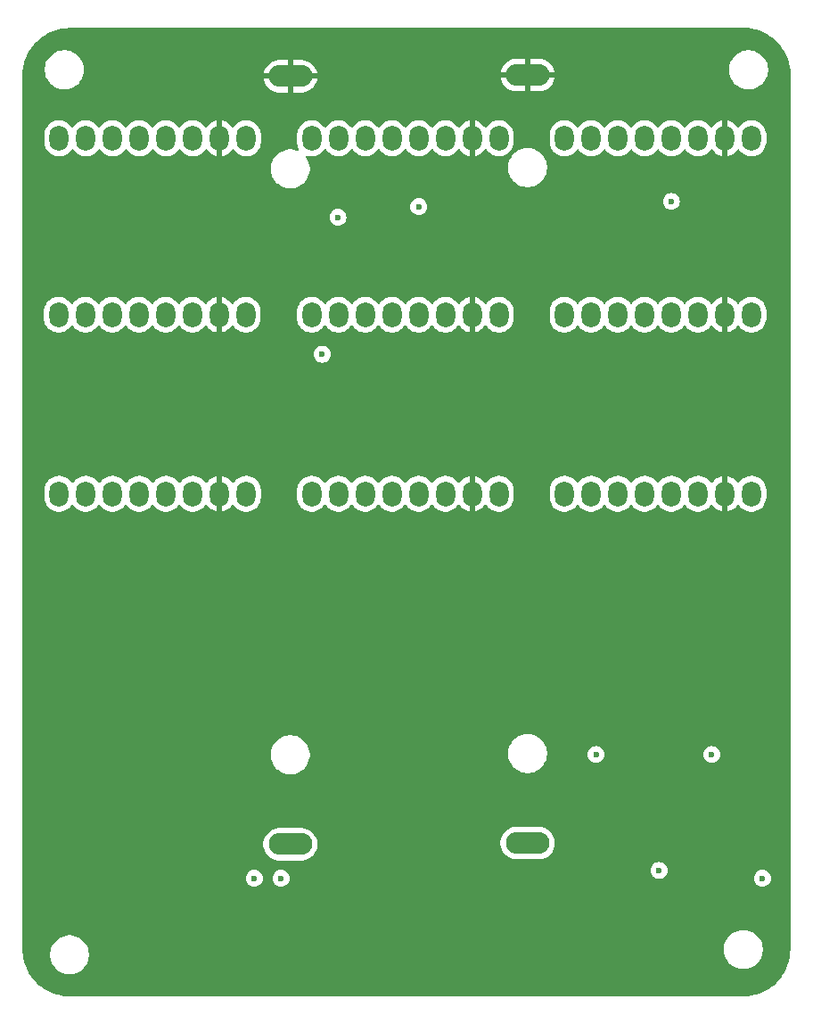
<source format=gbr>
%TF.GenerationSoftware,KiCad,Pcbnew,8.0.4*%
%TF.CreationDate,2024-08-28T17:55:56-04:00*%
%TF.ProjectId,imu-array,696d752d-6172-4726-9179-2e6b69636164,rev?*%
%TF.SameCoordinates,Original*%
%TF.FileFunction,Copper,L3,Inr*%
%TF.FilePolarity,Positive*%
%FSLAX46Y46*%
G04 Gerber Fmt 4.6, Leading zero omitted, Abs format (unit mm)*
G04 Created by KiCad (PCBNEW 8.0.4) date 2024-08-28 17:55:56*
%MOMM*%
%LPD*%
G01*
G04 APERTURE LIST*
%TA.AperFunction,ComponentPad*%
%ADD10O,4.140000X2.070000*%
%TD*%
%TA.AperFunction,ComponentPad*%
%ADD11O,1.800000X2.400000*%
%TD*%
%TA.AperFunction,ViaPad*%
%ADD12C,0.600000*%
%TD*%
G04 APERTURE END LIST*
D10*
%TO.N,GND*%
%TO.C,BT2*%
X173970000Y-33615000D03*
%TO.N,BATT+*%
X173970000Y-106515000D03*
%TD*%
%TO.N,GND*%
%TO.C,BT1*%
X196500000Y-33500000D03*
%TO.N,BATT+*%
X196500000Y-106400000D03*
%TD*%
D11*
%TO.N,unconnected-(U9-INT-Pad1)*%
%TO.C,U9*%
X200000000Y-73250000D03*
%TO.N,MPU9*%
X202540000Y-73250000D03*
%TO.N,unconnected-(U9-XCL-Pad3)*%
X205080000Y-73250000D03*
%TO.N,unconnected-(U9-XDA-Pad4)*%
X207620000Y-73250000D03*
%TO.N,SDA*%
X210160000Y-73250000D03*
%TO.N,SCL*%
X212700000Y-73250000D03*
%TO.N,GND*%
X215240000Y-73250000D03*
%TO.N,3v3*%
X217780000Y-73250000D03*
%TD*%
%TO.N,unconnected-(U8-INT-Pad1)*%
%TO.C,U8*%
X176000000Y-73250000D03*
%TO.N,MPU8*%
X178540000Y-73250000D03*
%TO.N,unconnected-(U8-XCL-Pad3)*%
X181080000Y-73250000D03*
%TO.N,unconnected-(U8-XDA-Pad4)*%
X183620000Y-73250000D03*
%TO.N,SDA*%
X186160000Y-73250000D03*
%TO.N,SCL*%
X188700000Y-73250000D03*
%TO.N,GND*%
X191240000Y-73250000D03*
%TO.N,3v3*%
X193780000Y-73250000D03*
%TD*%
%TO.N,unconnected-(U7-INT-Pad1)*%
%TO.C,U7*%
X152000000Y-73250000D03*
%TO.N,MPU7*%
X154540000Y-73250000D03*
%TO.N,unconnected-(U7-XCL-Pad3)*%
X157080000Y-73250000D03*
%TO.N,unconnected-(U7-XDA-Pad4)*%
X159620000Y-73250000D03*
%TO.N,SDA*%
X162160000Y-73250000D03*
%TO.N,SCL*%
X164700000Y-73250000D03*
%TO.N,GND*%
X167240000Y-73250000D03*
%TO.N,3v3*%
X169780000Y-73250000D03*
%TD*%
%TO.N,unconnected-(U6-INT-Pad1)*%
%TO.C,U6*%
X200000000Y-56250000D03*
%TO.N,MPU6*%
X202540000Y-56250000D03*
%TO.N,unconnected-(U6-XCL-Pad3)*%
X205080000Y-56250000D03*
%TO.N,unconnected-(U6-XDA-Pad4)*%
X207620000Y-56250000D03*
%TO.N,SDA*%
X210160000Y-56250000D03*
%TO.N,SCL*%
X212700000Y-56250000D03*
%TO.N,GND*%
X215240000Y-56250000D03*
%TO.N,3v3*%
X217780000Y-56250000D03*
%TD*%
%TO.N,unconnected-(U5-INT-Pad1)*%
%TO.C,U5*%
X176000000Y-56250000D03*
%TO.N,MPU5*%
X178540000Y-56250000D03*
%TO.N,unconnected-(U5-XCL-Pad3)*%
X181080000Y-56250000D03*
%TO.N,unconnected-(U5-XDA-Pad4)*%
X183620000Y-56250000D03*
%TO.N,SDA*%
X186160000Y-56250000D03*
%TO.N,SCL*%
X188700000Y-56250000D03*
%TO.N,GND*%
X191240000Y-56250000D03*
%TO.N,3v3*%
X193780000Y-56250000D03*
%TD*%
%TO.N,unconnected-(U4-INT-Pad1)*%
%TO.C,U4*%
X151960000Y-56250000D03*
%TO.N,MPU4*%
X154500000Y-56250000D03*
%TO.N,unconnected-(U4-XCL-Pad3)*%
X157040000Y-56250000D03*
%TO.N,unconnected-(U4-XDA-Pad4)*%
X159580000Y-56250000D03*
%TO.N,SDA*%
X162120000Y-56250000D03*
%TO.N,SCL*%
X164660000Y-56250000D03*
%TO.N,GND*%
X167200000Y-56250000D03*
%TO.N,3v3*%
X169740000Y-56250000D03*
%TD*%
%TO.N,unconnected-(U3-INT-Pad1)*%
%TO.C,U3*%
X200000000Y-39500000D03*
%TO.N,MPU3*%
X202540000Y-39500000D03*
%TO.N,unconnected-(U3-XCL-Pad3)*%
X205080000Y-39500000D03*
%TO.N,unconnected-(U3-XDA-Pad4)*%
X207620000Y-39500000D03*
%TO.N,SDA*%
X210160000Y-39500000D03*
%TO.N,SCL*%
X212700000Y-39500000D03*
%TO.N,GND*%
X215240000Y-39500000D03*
%TO.N,3v3*%
X217780000Y-39500000D03*
%TD*%
%TO.N,unconnected-(U2-INT-Pad1)*%
%TO.C,U2*%
X176000000Y-39500000D03*
%TO.N,MPU2*%
X178540000Y-39500000D03*
%TO.N,unconnected-(U2-XCL-Pad3)*%
X181080000Y-39500000D03*
%TO.N,unconnected-(U2-XDA-Pad4)*%
X183620000Y-39500000D03*
%TO.N,SDA*%
X186160000Y-39500000D03*
%TO.N,SCL*%
X188700000Y-39500000D03*
%TO.N,GND*%
X191240000Y-39500000D03*
%TO.N,3v3*%
X193780000Y-39500000D03*
%TD*%
%TO.N,unconnected-(U1-INT-Pad1)*%
%TO.C,U1*%
X152000000Y-39500000D03*
%TO.N,MPU1*%
X154540000Y-39500000D03*
%TO.N,unconnected-(U1-XCL-Pad3)*%
X157080000Y-39500000D03*
%TO.N,unconnected-(U1-XDA-Pad4)*%
X159620000Y-39500000D03*
%TO.N,SDA*%
X162160000Y-39500000D03*
%TO.N,SCL*%
X164700000Y-39500000D03*
%TO.N,GND*%
X167240000Y-39500000D03*
%TO.N,3v3*%
X169780000Y-39500000D03*
%TD*%
D12*
%TO.N,BATT+*%
X218810000Y-109750000D03*
%TO.N,MPU2*%
X214000000Y-98000000D03*
X178500000Y-47000000D03*
%TO.N,MPU5*%
X203000000Y-98000000D03*
X177000000Y-60000000D03*
%TO.N,SDA*%
X186160000Y-46000000D03*
X210160000Y-45500000D03*
X170550000Y-109750000D03*
%TO.N,SCL*%
X173090000Y-109750000D03*
%TO.N,3v3*%
X209000000Y-109000000D03*
%TO.N,GND*%
X214000000Y-109000000D03*
X201000000Y-109000000D03*
X188000000Y-110000000D03*
X176000000Y-110000000D03*
X176000000Y-90000000D03*
X188000000Y-90000000D03*
X201000000Y-90000000D03*
X214000000Y-90000000D03*
%TD*%
%TA.AperFunction,Conductor*%
%TO.N,GND*%
G36*
X217002719Y-29000618D02*
G01*
X217386771Y-29017386D01*
X217397506Y-29018326D01*
X217775971Y-29068152D01*
X217786597Y-29070025D01*
X218159284Y-29152648D01*
X218169710Y-29155442D01*
X218533765Y-29270227D01*
X218543911Y-29273920D01*
X218896578Y-29420000D01*
X218906369Y-29424566D01*
X219244942Y-29600816D01*
X219254310Y-29606224D01*
X219576244Y-29811318D01*
X219585105Y-29817523D01*
X219887930Y-30049889D01*
X219896217Y-30056843D01*
X220177635Y-30314715D01*
X220185284Y-30322364D01*
X220443156Y-30603782D01*
X220450110Y-30612069D01*
X220682476Y-30914894D01*
X220688681Y-30923755D01*
X220893775Y-31245689D01*
X220899183Y-31255057D01*
X221075430Y-31593623D01*
X221080002Y-31603427D01*
X221226075Y-31956078D01*
X221229775Y-31966244D01*
X221344554Y-32330278D01*
X221347354Y-32340727D01*
X221429971Y-32713389D01*
X221431849Y-32724042D01*
X221481671Y-33102473D01*
X221482614Y-33113250D01*
X221499379Y-33497263D01*
X221499497Y-33502724D01*
X221463997Y-116390378D01*
X221463965Y-116390880D01*
X221463965Y-116461764D01*
X221463847Y-116467172D01*
X221447083Y-116851220D01*
X221446140Y-116861997D01*
X221396320Y-117240429D01*
X221394442Y-117251082D01*
X221311827Y-117623745D01*
X221309027Y-117634194D01*
X221194248Y-117998231D01*
X221190548Y-118008396D01*
X221044479Y-118361040D01*
X221039907Y-118370845D01*
X220863659Y-118709416D01*
X220858251Y-118718784D01*
X220653157Y-119040719D01*
X220646952Y-119049580D01*
X220414592Y-119352398D01*
X220407638Y-119360685D01*
X220149759Y-119642110D01*
X220142110Y-119649759D01*
X219860685Y-119907638D01*
X219852398Y-119914592D01*
X219549580Y-120146952D01*
X219540719Y-120153157D01*
X219218784Y-120358251D01*
X219209416Y-120363659D01*
X218870845Y-120539907D01*
X218861040Y-120544479D01*
X218508396Y-120690548D01*
X218498231Y-120694248D01*
X218134194Y-120809027D01*
X218123745Y-120811827D01*
X217751082Y-120894442D01*
X217740429Y-120896320D01*
X217361997Y-120946140D01*
X217351219Y-120947083D01*
X217054416Y-120960038D01*
X217041927Y-120959494D01*
X153042735Y-120963965D01*
X153038227Y-120963965D01*
X153032819Y-120963847D01*
X152648779Y-120947083D01*
X152638003Y-120946140D01*
X152448786Y-120921230D01*
X152259570Y-120896320D01*
X152248917Y-120894442D01*
X151876254Y-120811827D01*
X151865805Y-120809027D01*
X151501768Y-120694248D01*
X151491603Y-120690548D01*
X151138959Y-120544479D01*
X151129154Y-120539907D01*
X150790583Y-120363659D01*
X150781215Y-120358251D01*
X150459280Y-120153157D01*
X150450419Y-120146952D01*
X150147601Y-119914592D01*
X150139314Y-119907638D01*
X149857889Y-119649759D01*
X149850240Y-119642110D01*
X149592361Y-119360685D01*
X149585407Y-119352398D01*
X149353047Y-119049580D01*
X149346842Y-119040719D01*
X149141748Y-118718784D01*
X149136340Y-118709416D01*
X148960092Y-118370845D01*
X148955520Y-118361040D01*
X148809445Y-118008381D01*
X148805756Y-117998246D01*
X148690967Y-117634176D01*
X148688176Y-117623762D01*
X148605554Y-117251065D01*
X148603682Y-117240446D01*
X148556060Y-116878711D01*
X151149500Y-116878711D01*
X151149500Y-117121288D01*
X151181161Y-117361785D01*
X151243947Y-117596104D01*
X151296400Y-117722736D01*
X151336776Y-117820212D01*
X151458064Y-118030289D01*
X151458066Y-118030292D01*
X151458067Y-118030293D01*
X151605733Y-118222736D01*
X151605739Y-118222743D01*
X151777256Y-118394260D01*
X151777262Y-118394265D01*
X151969711Y-118541936D01*
X152179788Y-118663224D01*
X152403900Y-118756054D01*
X152638211Y-118818838D01*
X152818586Y-118842584D01*
X152878711Y-118850500D01*
X152878712Y-118850500D01*
X153121289Y-118850500D01*
X153169388Y-118844167D01*
X153361789Y-118818838D01*
X153596100Y-118756054D01*
X153820212Y-118663224D01*
X154030289Y-118541936D01*
X154222738Y-118394265D01*
X154394265Y-118222738D01*
X154541936Y-118030289D01*
X154663224Y-117820212D01*
X154756054Y-117596100D01*
X154818838Y-117361789D01*
X154850500Y-117121288D01*
X154850500Y-116878712D01*
X154848299Y-116861997D01*
X154818838Y-116638214D01*
X154818838Y-116638211D01*
X154756054Y-116403900D01*
X154753847Y-116398573D01*
X154745620Y-116378711D01*
X215149500Y-116378711D01*
X215149500Y-116621288D01*
X215181161Y-116861785D01*
X215243947Y-117096104D01*
X215254379Y-117121288D01*
X215336776Y-117320212D01*
X215458064Y-117530289D01*
X215458066Y-117530292D01*
X215458067Y-117530293D01*
X215605733Y-117722736D01*
X215605739Y-117722743D01*
X215777256Y-117894260D01*
X215777262Y-117894265D01*
X215969711Y-118041936D01*
X216179788Y-118163224D01*
X216403900Y-118256054D01*
X216638211Y-118318838D01*
X216818586Y-118342584D01*
X216878711Y-118350500D01*
X216878712Y-118350500D01*
X217121289Y-118350500D01*
X217169388Y-118344167D01*
X217361789Y-118318838D01*
X217596100Y-118256054D01*
X217820212Y-118163224D01*
X218030289Y-118041936D01*
X218222738Y-117894265D01*
X218394265Y-117722738D01*
X218541936Y-117530289D01*
X218663224Y-117320212D01*
X218756054Y-117096100D01*
X218818838Y-116861789D01*
X218850500Y-116621288D01*
X218850500Y-116378712D01*
X218818838Y-116138211D01*
X218756054Y-115903900D01*
X218663224Y-115679788D01*
X218541936Y-115469711D01*
X218394265Y-115277262D01*
X218394260Y-115277256D01*
X218222743Y-115105739D01*
X218222736Y-115105733D01*
X218030293Y-114958067D01*
X218030292Y-114958066D01*
X218030289Y-114958064D01*
X217820212Y-114836776D01*
X217820205Y-114836773D01*
X217596104Y-114743947D01*
X217361785Y-114681161D01*
X217121289Y-114649500D01*
X217121288Y-114649500D01*
X216878712Y-114649500D01*
X216878711Y-114649500D01*
X216638214Y-114681161D01*
X216403895Y-114743947D01*
X216179794Y-114836773D01*
X216179785Y-114836777D01*
X215969706Y-114958067D01*
X215777263Y-115105733D01*
X215777256Y-115105739D01*
X215605739Y-115277256D01*
X215605733Y-115277263D01*
X215458067Y-115469706D01*
X215336777Y-115679785D01*
X215336773Y-115679794D01*
X215243947Y-115903895D01*
X215181161Y-116138214D01*
X215149500Y-116378711D01*
X154745620Y-116378711D01*
X154663226Y-116179794D01*
X154663224Y-116179788D01*
X154541936Y-115969711D01*
X154394265Y-115777262D01*
X154394260Y-115777256D01*
X154222743Y-115605739D01*
X154222736Y-115605733D01*
X154030293Y-115458067D01*
X154030292Y-115458066D01*
X154030289Y-115458064D01*
X153820212Y-115336776D01*
X153820205Y-115336773D01*
X153596104Y-115243947D01*
X153361785Y-115181161D01*
X153121289Y-115149500D01*
X153121288Y-115149500D01*
X152878712Y-115149500D01*
X152878711Y-115149500D01*
X152638214Y-115181161D01*
X152403895Y-115243947D01*
X152179794Y-115336773D01*
X152179785Y-115336777D01*
X151969706Y-115458067D01*
X151777263Y-115605733D01*
X151777256Y-115605739D01*
X151605739Y-115777256D01*
X151605733Y-115777263D01*
X151458067Y-115969706D01*
X151336777Y-116179785D01*
X151336773Y-116179794D01*
X151243947Y-116403895D01*
X151181161Y-116638214D01*
X151149500Y-116878711D01*
X148556060Y-116878711D01*
X148553857Y-116861975D01*
X148552917Y-116851242D01*
X148536152Y-116467172D01*
X148536034Y-116461762D01*
X148536035Y-116398577D01*
X148536034Y-116398573D01*
X148536034Y-109749996D01*
X169744435Y-109749996D01*
X169744435Y-109750003D01*
X169764630Y-109929249D01*
X169764631Y-109929254D01*
X169824211Y-110099523D01*
X169920184Y-110252262D01*
X170047738Y-110379816D01*
X170200478Y-110475789D01*
X170370745Y-110535368D01*
X170370750Y-110535369D01*
X170549996Y-110555565D01*
X170550000Y-110555565D01*
X170550004Y-110555565D01*
X170729249Y-110535369D01*
X170729252Y-110535368D01*
X170729255Y-110535368D01*
X170899522Y-110475789D01*
X171052262Y-110379816D01*
X171179816Y-110252262D01*
X171275789Y-110099522D01*
X171335368Y-109929255D01*
X171335369Y-109929249D01*
X171355565Y-109750003D01*
X171355565Y-109749996D01*
X172284435Y-109749996D01*
X172284435Y-109750003D01*
X172304630Y-109929249D01*
X172304631Y-109929254D01*
X172364211Y-110099523D01*
X172460184Y-110252262D01*
X172587738Y-110379816D01*
X172740478Y-110475789D01*
X172910745Y-110535368D01*
X172910750Y-110535369D01*
X173089996Y-110555565D01*
X173090000Y-110555565D01*
X173090004Y-110555565D01*
X173269249Y-110535369D01*
X173269252Y-110535368D01*
X173269255Y-110535368D01*
X173439522Y-110475789D01*
X173592262Y-110379816D01*
X173719816Y-110252262D01*
X173815789Y-110099522D01*
X173875368Y-109929255D01*
X173875369Y-109929249D01*
X173895565Y-109750003D01*
X173895565Y-109749996D01*
X173875369Y-109570750D01*
X173875368Y-109570745D01*
X173815788Y-109400476D01*
X173719815Y-109247737D01*
X173592262Y-109120184D01*
X173439523Y-109024211D01*
X173370321Y-108999996D01*
X208194435Y-108999996D01*
X208194435Y-109000003D01*
X208214630Y-109179249D01*
X208214631Y-109179254D01*
X208274211Y-109349523D01*
X208370184Y-109502262D01*
X208497738Y-109629816D01*
X208650478Y-109725789D01*
X208719678Y-109750003D01*
X208820745Y-109785368D01*
X208820750Y-109785369D01*
X208999996Y-109805565D01*
X209000000Y-109805565D01*
X209000004Y-109805565D01*
X209179249Y-109785369D01*
X209179252Y-109785368D01*
X209179255Y-109785368D01*
X209280342Y-109749996D01*
X218004435Y-109749996D01*
X218004435Y-109750003D01*
X218024630Y-109929249D01*
X218024631Y-109929254D01*
X218084211Y-110099523D01*
X218180184Y-110252262D01*
X218307738Y-110379816D01*
X218460478Y-110475789D01*
X218630745Y-110535368D01*
X218630750Y-110535369D01*
X218809996Y-110555565D01*
X218810000Y-110555565D01*
X218810004Y-110555565D01*
X218989249Y-110535369D01*
X218989252Y-110535368D01*
X218989255Y-110535368D01*
X219159522Y-110475789D01*
X219312262Y-110379816D01*
X219439816Y-110252262D01*
X219535789Y-110099522D01*
X219595368Y-109929255D01*
X219595369Y-109929249D01*
X219615565Y-109750003D01*
X219615565Y-109749996D01*
X219595369Y-109570750D01*
X219595368Y-109570745D01*
X219535788Y-109400476D01*
X219439815Y-109247737D01*
X219312262Y-109120184D01*
X219159523Y-109024211D01*
X218989254Y-108964631D01*
X218989249Y-108964630D01*
X218810004Y-108944435D01*
X218809996Y-108944435D01*
X218630750Y-108964630D01*
X218630745Y-108964631D01*
X218460476Y-109024211D01*
X218307737Y-109120184D01*
X218180184Y-109247737D01*
X218084211Y-109400476D01*
X218024631Y-109570745D01*
X218024630Y-109570750D01*
X218004435Y-109749996D01*
X209280342Y-109749996D01*
X209349522Y-109725789D01*
X209502262Y-109629816D01*
X209629816Y-109502262D01*
X209725789Y-109349522D01*
X209785368Y-109179255D01*
X209805565Y-109000000D01*
X209799304Y-108944435D01*
X209785369Y-108820750D01*
X209785368Y-108820745D01*
X209725788Y-108650476D01*
X209629815Y-108497737D01*
X209502262Y-108370184D01*
X209349523Y-108274211D01*
X209179254Y-108214631D01*
X209179249Y-108214630D01*
X209000004Y-108194435D01*
X208999996Y-108194435D01*
X208820750Y-108214630D01*
X208820745Y-108214631D01*
X208650476Y-108274211D01*
X208497737Y-108370184D01*
X208370184Y-108497737D01*
X208274211Y-108650476D01*
X208214631Y-108820745D01*
X208214630Y-108820750D01*
X208194435Y-108999996D01*
X173370321Y-108999996D01*
X173269254Y-108964631D01*
X173269249Y-108964630D01*
X173090004Y-108944435D01*
X173089996Y-108944435D01*
X172910750Y-108964630D01*
X172910745Y-108964631D01*
X172740476Y-109024211D01*
X172587737Y-109120184D01*
X172460184Y-109247737D01*
X172364211Y-109400476D01*
X172304631Y-109570745D01*
X172304630Y-109570750D01*
X172284435Y-109749996D01*
X171355565Y-109749996D01*
X171335369Y-109570750D01*
X171335368Y-109570745D01*
X171275788Y-109400476D01*
X171179815Y-109247737D01*
X171052262Y-109120184D01*
X170899523Y-109024211D01*
X170729254Y-108964631D01*
X170729249Y-108964630D01*
X170550004Y-108944435D01*
X170549996Y-108944435D01*
X170370750Y-108964630D01*
X170370745Y-108964631D01*
X170200476Y-109024211D01*
X170047737Y-109120184D01*
X169920184Y-109247737D01*
X169824211Y-109400476D01*
X169764631Y-109570745D01*
X169764630Y-109570750D01*
X169744435Y-109749996D01*
X148536034Y-109749996D01*
X148536034Y-106394148D01*
X171399500Y-106394148D01*
X171399500Y-106635851D01*
X171437308Y-106874564D01*
X171511997Y-107104431D01*
X171621725Y-107319780D01*
X171763780Y-107515304D01*
X171763784Y-107515309D01*
X171934690Y-107686215D01*
X171934695Y-107686219D01*
X171971938Y-107713277D01*
X172130223Y-107828277D01*
X172266455Y-107897691D01*
X172345568Y-107938002D01*
X172345570Y-107938002D01*
X172345573Y-107938004D01*
X172468786Y-107978038D01*
X172575435Y-108012691D01*
X172814149Y-108050500D01*
X172814154Y-108050500D01*
X175125851Y-108050500D01*
X175364564Y-108012691D01*
X175594427Y-107938004D01*
X175809777Y-107828277D01*
X176005311Y-107686214D01*
X176176214Y-107515311D01*
X176318277Y-107319777D01*
X176428004Y-107104427D01*
X176502691Y-106874564D01*
X176520905Y-106759564D01*
X176540500Y-106635851D01*
X176540500Y-106394148D01*
X176522286Y-106279148D01*
X193929500Y-106279148D01*
X193929500Y-106520851D01*
X193967308Y-106759564D01*
X194041997Y-106989431D01*
X194151725Y-107204780D01*
X194293780Y-107400304D01*
X194293784Y-107400309D01*
X194464690Y-107571215D01*
X194464695Y-107571219D01*
X194622974Y-107686214D01*
X194660223Y-107713277D01*
X194797441Y-107783193D01*
X194875568Y-107823002D01*
X194875570Y-107823002D01*
X194875573Y-107823004D01*
X194998786Y-107863038D01*
X195105435Y-107897691D01*
X195344149Y-107935500D01*
X195344154Y-107935500D01*
X197655851Y-107935500D01*
X197894564Y-107897691D01*
X198124427Y-107823004D01*
X198339777Y-107713277D01*
X198535311Y-107571214D01*
X198706214Y-107400311D01*
X198848277Y-107204777D01*
X198958004Y-106989427D01*
X199032691Y-106759564D01*
X199070500Y-106520851D01*
X199070500Y-106279148D01*
X199032691Y-106040435D01*
X198958002Y-105810568D01*
X198906871Y-105710219D01*
X198848277Y-105595223D01*
X198830126Y-105570241D01*
X198706219Y-105399695D01*
X198706215Y-105399690D01*
X198535309Y-105228784D01*
X198535304Y-105228780D01*
X198339780Y-105086725D01*
X198339779Y-105086724D01*
X198339777Y-105086723D01*
X198272528Y-105052457D01*
X198124431Y-104976997D01*
X197894564Y-104902308D01*
X197655851Y-104864500D01*
X197655846Y-104864500D01*
X195344154Y-104864500D01*
X195344149Y-104864500D01*
X195105435Y-104902308D01*
X194875568Y-104976997D01*
X194660219Y-105086725D01*
X194464695Y-105228780D01*
X194464690Y-105228784D01*
X194293784Y-105399690D01*
X194293780Y-105399695D01*
X194151725Y-105595219D01*
X194041997Y-105810568D01*
X193967308Y-106040435D01*
X193929500Y-106279148D01*
X176522286Y-106279148D01*
X176502691Y-106155435D01*
X176428002Y-105925568D01*
X176369408Y-105810573D01*
X176318277Y-105710223D01*
X176234722Y-105595219D01*
X176176219Y-105514695D01*
X176176215Y-105514690D01*
X176005309Y-105343784D01*
X176005304Y-105343780D01*
X175809780Y-105201725D01*
X175809779Y-105201724D01*
X175809777Y-105201723D01*
X175742528Y-105167457D01*
X175594431Y-105091997D01*
X175364564Y-105017308D01*
X175125851Y-104979500D01*
X175125846Y-104979500D01*
X172814154Y-104979500D01*
X172814149Y-104979500D01*
X172575435Y-105017308D01*
X172345568Y-105091997D01*
X172130219Y-105201725D01*
X171934695Y-105343780D01*
X171934690Y-105343784D01*
X171763784Y-105514690D01*
X171763780Y-105514695D01*
X171621725Y-105710219D01*
X171511997Y-105925568D01*
X171437308Y-106155435D01*
X171399500Y-106394148D01*
X148536034Y-106394148D01*
X148536034Y-97898711D01*
X172119500Y-97898711D01*
X172119500Y-98141288D01*
X172151161Y-98381785D01*
X172213947Y-98616104D01*
X172284059Y-98785368D01*
X172306776Y-98840212D01*
X172428064Y-99050289D01*
X172428066Y-99050292D01*
X172428067Y-99050293D01*
X172575733Y-99242736D01*
X172575739Y-99242743D01*
X172747256Y-99414260D01*
X172747263Y-99414266D01*
X172789840Y-99446936D01*
X172939711Y-99561936D01*
X173149788Y-99683224D01*
X173373900Y-99776054D01*
X173608211Y-99838838D01*
X173788586Y-99862584D01*
X173848711Y-99870500D01*
X173848712Y-99870500D01*
X174091289Y-99870500D01*
X174139388Y-99864167D01*
X174331789Y-99838838D01*
X174566100Y-99776054D01*
X174790212Y-99683224D01*
X175000289Y-99561936D01*
X175192738Y-99414265D01*
X175364265Y-99242738D01*
X175511936Y-99050289D01*
X175633224Y-98840212D01*
X175726054Y-98616100D01*
X175788838Y-98381789D01*
X175820500Y-98141288D01*
X175820500Y-97898712D01*
X175805360Y-97783711D01*
X194649500Y-97783711D01*
X194649500Y-98026288D01*
X194681161Y-98266785D01*
X194743947Y-98501104D01*
X194836773Y-98725205D01*
X194836777Y-98725214D01*
X194837109Y-98725789D01*
X194958064Y-98935289D01*
X194958066Y-98935292D01*
X194958067Y-98935293D01*
X195105733Y-99127736D01*
X195105739Y-99127743D01*
X195277256Y-99299260D01*
X195277262Y-99299265D01*
X195469711Y-99446936D01*
X195679788Y-99568224D01*
X195903900Y-99661054D01*
X196138211Y-99723838D01*
X196318586Y-99747584D01*
X196378711Y-99755500D01*
X196378712Y-99755500D01*
X196621289Y-99755500D01*
X196669388Y-99749167D01*
X196861789Y-99723838D01*
X197096100Y-99661054D01*
X197320212Y-99568224D01*
X197530289Y-99446936D01*
X197722738Y-99299265D01*
X197894265Y-99127738D01*
X198041936Y-98935289D01*
X198163224Y-98725212D01*
X198256054Y-98501100D01*
X198318838Y-98266789D01*
X198350500Y-98026288D01*
X198350500Y-97999996D01*
X202194435Y-97999996D01*
X202194435Y-98000003D01*
X202214630Y-98179249D01*
X202214631Y-98179254D01*
X202274211Y-98349523D01*
X202369454Y-98501100D01*
X202370184Y-98502262D01*
X202497738Y-98629816D01*
X202588080Y-98686582D01*
X202649562Y-98725214D01*
X202650478Y-98725789D01*
X202820745Y-98785368D01*
X202820750Y-98785369D01*
X202999996Y-98805565D01*
X203000000Y-98805565D01*
X203000004Y-98805565D01*
X203179249Y-98785369D01*
X203179252Y-98785368D01*
X203179255Y-98785368D01*
X203349522Y-98725789D01*
X203502262Y-98629816D01*
X203629816Y-98502262D01*
X203725789Y-98349522D01*
X203785368Y-98179255D01*
X203805565Y-98000000D01*
X203805565Y-97999996D01*
X213194435Y-97999996D01*
X213194435Y-98000003D01*
X213214630Y-98179249D01*
X213214631Y-98179254D01*
X213274211Y-98349523D01*
X213369454Y-98501100D01*
X213370184Y-98502262D01*
X213497738Y-98629816D01*
X213588080Y-98686582D01*
X213649562Y-98725214D01*
X213650478Y-98725789D01*
X213820745Y-98785368D01*
X213820750Y-98785369D01*
X213999996Y-98805565D01*
X214000000Y-98805565D01*
X214000004Y-98805565D01*
X214179249Y-98785369D01*
X214179252Y-98785368D01*
X214179255Y-98785368D01*
X214349522Y-98725789D01*
X214502262Y-98629816D01*
X214629816Y-98502262D01*
X214725789Y-98349522D01*
X214785368Y-98179255D01*
X214805565Y-98000000D01*
X214785368Y-97820745D01*
X214725789Y-97650478D01*
X214629816Y-97497738D01*
X214502262Y-97370184D01*
X214349523Y-97274211D01*
X214179254Y-97214631D01*
X214179249Y-97214630D01*
X214000004Y-97194435D01*
X213999996Y-97194435D01*
X213820750Y-97214630D01*
X213820745Y-97214631D01*
X213650476Y-97274211D01*
X213497737Y-97370184D01*
X213370184Y-97497737D01*
X213274211Y-97650476D01*
X213214631Y-97820745D01*
X213214630Y-97820750D01*
X213194435Y-97999996D01*
X203805565Y-97999996D01*
X203785368Y-97820745D01*
X203725789Y-97650478D01*
X203629816Y-97497738D01*
X203502262Y-97370184D01*
X203349523Y-97274211D01*
X203179254Y-97214631D01*
X203179249Y-97214630D01*
X203000004Y-97194435D01*
X202999996Y-97194435D01*
X202820750Y-97214630D01*
X202820745Y-97214631D01*
X202650476Y-97274211D01*
X202497737Y-97370184D01*
X202370184Y-97497737D01*
X202274211Y-97650476D01*
X202214631Y-97820745D01*
X202214630Y-97820750D01*
X202194435Y-97999996D01*
X198350500Y-97999996D01*
X198350500Y-97783712D01*
X198318838Y-97543211D01*
X198256054Y-97308900D01*
X198163224Y-97084788D01*
X198041936Y-96874711D01*
X197894265Y-96682262D01*
X197894260Y-96682256D01*
X197722743Y-96510739D01*
X197722736Y-96510733D01*
X197530293Y-96363067D01*
X197530292Y-96363066D01*
X197530289Y-96363064D01*
X197320212Y-96241776D01*
X197320205Y-96241773D01*
X197096104Y-96148947D01*
X196861785Y-96086161D01*
X196621289Y-96054500D01*
X196621288Y-96054500D01*
X196378712Y-96054500D01*
X196378711Y-96054500D01*
X196138214Y-96086161D01*
X195903895Y-96148947D01*
X195679794Y-96241773D01*
X195679785Y-96241777D01*
X195497851Y-96346817D01*
X195480601Y-96356777D01*
X195469706Y-96363067D01*
X195277263Y-96510733D01*
X195277256Y-96510739D01*
X195105739Y-96682256D01*
X195105733Y-96682263D01*
X194958067Y-96874706D01*
X194836777Y-97084785D01*
X194836773Y-97084794D01*
X194743947Y-97308895D01*
X194681161Y-97543214D01*
X194649500Y-97783711D01*
X175805360Y-97783711D01*
X175788838Y-97658211D01*
X175726054Y-97423900D01*
X175633224Y-97199788D01*
X175511936Y-96989711D01*
X175364265Y-96797262D01*
X175364260Y-96797256D01*
X175192743Y-96625739D01*
X175192736Y-96625733D01*
X175000293Y-96478067D01*
X175000292Y-96478066D01*
X175000289Y-96478064D01*
X174828661Y-96378974D01*
X174790214Y-96356777D01*
X174790205Y-96356773D01*
X174566104Y-96263947D01*
X174331785Y-96201161D01*
X174091289Y-96169500D01*
X174091288Y-96169500D01*
X173848712Y-96169500D01*
X173848711Y-96169500D01*
X173608214Y-96201161D01*
X173373895Y-96263947D01*
X173149794Y-96356773D01*
X173149785Y-96356777D01*
X172939706Y-96478067D01*
X172747263Y-96625733D01*
X172747256Y-96625739D01*
X172575739Y-96797256D01*
X172575733Y-96797263D01*
X172428067Y-96989706D01*
X172306777Y-97199785D01*
X172306773Y-97199794D01*
X172213947Y-97423895D01*
X172151161Y-97658214D01*
X172119500Y-97898711D01*
X148536034Y-97898711D01*
X148536034Y-72839778D01*
X150599500Y-72839778D01*
X150599500Y-73660222D01*
X150616742Y-73769086D01*
X150633985Y-73877952D01*
X150702103Y-74087603D01*
X150702104Y-74087606D01*
X150770122Y-74221096D01*
X150797129Y-74274100D01*
X150802187Y-74284025D01*
X150931752Y-74462358D01*
X150931756Y-74462363D01*
X151087636Y-74618243D01*
X151087641Y-74618247D01*
X151243192Y-74731260D01*
X151265978Y-74747815D01*
X151394375Y-74813237D01*
X151462393Y-74847895D01*
X151462396Y-74847896D01*
X151567221Y-74881955D01*
X151672049Y-74916015D01*
X151889778Y-74950500D01*
X151889779Y-74950500D01*
X152110221Y-74950500D01*
X152110222Y-74950500D01*
X152327951Y-74916015D01*
X152537606Y-74847895D01*
X152734022Y-74747815D01*
X152912365Y-74618242D01*
X153068242Y-74462365D01*
X153078804Y-74447826D01*
X153169682Y-74322745D01*
X153225011Y-74280079D01*
X153294625Y-74274100D01*
X153356420Y-74306705D01*
X153370318Y-74322745D01*
X153471752Y-74462358D01*
X153471756Y-74462363D01*
X153627636Y-74618243D01*
X153627641Y-74618247D01*
X153783192Y-74731260D01*
X153805978Y-74747815D01*
X153934375Y-74813237D01*
X154002393Y-74847895D01*
X154002396Y-74847896D01*
X154107221Y-74881955D01*
X154212049Y-74916015D01*
X154429778Y-74950500D01*
X154429779Y-74950500D01*
X154650221Y-74950500D01*
X154650222Y-74950500D01*
X154867951Y-74916015D01*
X155077606Y-74847895D01*
X155274022Y-74747815D01*
X155452365Y-74618242D01*
X155608242Y-74462365D01*
X155618804Y-74447826D01*
X155709682Y-74322745D01*
X155765011Y-74280079D01*
X155834625Y-74274100D01*
X155896420Y-74306705D01*
X155910318Y-74322745D01*
X156011752Y-74462358D01*
X156011756Y-74462363D01*
X156167636Y-74618243D01*
X156167641Y-74618247D01*
X156323192Y-74731260D01*
X156345978Y-74747815D01*
X156474375Y-74813237D01*
X156542393Y-74847895D01*
X156542396Y-74847896D01*
X156647221Y-74881955D01*
X156752049Y-74916015D01*
X156969778Y-74950500D01*
X156969779Y-74950500D01*
X157190221Y-74950500D01*
X157190222Y-74950500D01*
X157407951Y-74916015D01*
X157617606Y-74847895D01*
X157814022Y-74747815D01*
X157992365Y-74618242D01*
X158148242Y-74462365D01*
X158158804Y-74447826D01*
X158249682Y-74322745D01*
X158305011Y-74280079D01*
X158374625Y-74274100D01*
X158436420Y-74306705D01*
X158450318Y-74322745D01*
X158551752Y-74462358D01*
X158551756Y-74462363D01*
X158707636Y-74618243D01*
X158707641Y-74618247D01*
X158863192Y-74731260D01*
X158885978Y-74747815D01*
X159014375Y-74813237D01*
X159082393Y-74847895D01*
X159082396Y-74847896D01*
X159187221Y-74881955D01*
X159292049Y-74916015D01*
X159509778Y-74950500D01*
X159509779Y-74950500D01*
X159730221Y-74950500D01*
X159730222Y-74950500D01*
X159947951Y-74916015D01*
X160157606Y-74847895D01*
X160354022Y-74747815D01*
X160532365Y-74618242D01*
X160688242Y-74462365D01*
X160698804Y-74447826D01*
X160789682Y-74322745D01*
X160845011Y-74280079D01*
X160914625Y-74274100D01*
X160976420Y-74306705D01*
X160990318Y-74322745D01*
X161091752Y-74462358D01*
X161091756Y-74462363D01*
X161247636Y-74618243D01*
X161247641Y-74618247D01*
X161403192Y-74731260D01*
X161425978Y-74747815D01*
X161554375Y-74813237D01*
X161622393Y-74847895D01*
X161622396Y-74847896D01*
X161727221Y-74881955D01*
X161832049Y-74916015D01*
X162049778Y-74950500D01*
X162049779Y-74950500D01*
X162270221Y-74950500D01*
X162270222Y-74950500D01*
X162487951Y-74916015D01*
X162697606Y-74847895D01*
X162894022Y-74747815D01*
X163072365Y-74618242D01*
X163228242Y-74462365D01*
X163238804Y-74447826D01*
X163329682Y-74322745D01*
X163385011Y-74280079D01*
X163454625Y-74274100D01*
X163516420Y-74306705D01*
X163530318Y-74322745D01*
X163631752Y-74462358D01*
X163631756Y-74462363D01*
X163787636Y-74618243D01*
X163787641Y-74618247D01*
X163943192Y-74731260D01*
X163965978Y-74747815D01*
X164094375Y-74813237D01*
X164162393Y-74847895D01*
X164162396Y-74847896D01*
X164267221Y-74881955D01*
X164372049Y-74916015D01*
X164589778Y-74950500D01*
X164589779Y-74950500D01*
X164810221Y-74950500D01*
X164810222Y-74950500D01*
X165027951Y-74916015D01*
X165237606Y-74847895D01*
X165434022Y-74747815D01*
X165612365Y-74618242D01*
X165768242Y-74462365D01*
X165869991Y-74322317D01*
X165925320Y-74279653D01*
X165994933Y-74273674D01*
X166056729Y-74306279D01*
X166070627Y-74322318D01*
X166172142Y-74462041D01*
X166327958Y-74617857D01*
X166506239Y-74747386D01*
X166702589Y-74847432D01*
X166912163Y-74915526D01*
X166989999Y-74927854D01*
X166990000Y-74927854D01*
X166990000Y-73683012D01*
X167047007Y-73715925D01*
X167174174Y-73750000D01*
X167305826Y-73750000D01*
X167432993Y-73715925D01*
X167490000Y-73683012D01*
X167490000Y-74927854D01*
X167567834Y-74915526D01*
X167567837Y-74915526D01*
X167777410Y-74847432D01*
X167973760Y-74747386D01*
X168152041Y-74617857D01*
X168307857Y-74462041D01*
X168307862Y-74462035D01*
X168409372Y-74322319D01*
X168464702Y-74279653D01*
X168534315Y-74273674D01*
X168596110Y-74306279D01*
X168610008Y-74322319D01*
X168711752Y-74462358D01*
X168711756Y-74462363D01*
X168867636Y-74618243D01*
X168867641Y-74618247D01*
X169023192Y-74731260D01*
X169045978Y-74747815D01*
X169174375Y-74813237D01*
X169242393Y-74847895D01*
X169242396Y-74847896D01*
X169347221Y-74881955D01*
X169452049Y-74916015D01*
X169669778Y-74950500D01*
X169669779Y-74950500D01*
X169890221Y-74950500D01*
X169890222Y-74950500D01*
X170107951Y-74916015D01*
X170317606Y-74847895D01*
X170514022Y-74747815D01*
X170692365Y-74618242D01*
X170848242Y-74462365D01*
X170977815Y-74284022D01*
X171077895Y-74087606D01*
X171146015Y-73877951D01*
X171180500Y-73660222D01*
X171180500Y-72839778D01*
X174599500Y-72839778D01*
X174599500Y-73660222D01*
X174616742Y-73769086D01*
X174633985Y-73877952D01*
X174702103Y-74087603D01*
X174702104Y-74087606D01*
X174770122Y-74221096D01*
X174797129Y-74274100D01*
X174802187Y-74284025D01*
X174931752Y-74462358D01*
X174931756Y-74462363D01*
X175087636Y-74618243D01*
X175087641Y-74618247D01*
X175243192Y-74731260D01*
X175265978Y-74747815D01*
X175394375Y-74813237D01*
X175462393Y-74847895D01*
X175462396Y-74847896D01*
X175567221Y-74881955D01*
X175672049Y-74916015D01*
X175889778Y-74950500D01*
X175889779Y-74950500D01*
X176110221Y-74950500D01*
X176110222Y-74950500D01*
X176327951Y-74916015D01*
X176537606Y-74847895D01*
X176734022Y-74747815D01*
X176912365Y-74618242D01*
X177068242Y-74462365D01*
X177078804Y-74447826D01*
X177169682Y-74322745D01*
X177225011Y-74280079D01*
X177294625Y-74274100D01*
X177356420Y-74306705D01*
X177370318Y-74322745D01*
X177471752Y-74462358D01*
X177471756Y-74462363D01*
X177627636Y-74618243D01*
X177627641Y-74618247D01*
X177783192Y-74731260D01*
X177805978Y-74747815D01*
X177934375Y-74813237D01*
X178002393Y-74847895D01*
X178002396Y-74847896D01*
X178107221Y-74881955D01*
X178212049Y-74916015D01*
X178429778Y-74950500D01*
X178429779Y-74950500D01*
X178650221Y-74950500D01*
X178650222Y-74950500D01*
X178867951Y-74916015D01*
X179077606Y-74847895D01*
X179274022Y-74747815D01*
X179452365Y-74618242D01*
X179608242Y-74462365D01*
X179618804Y-74447826D01*
X179709682Y-74322745D01*
X179765011Y-74280079D01*
X179834625Y-74274100D01*
X179896420Y-74306705D01*
X179910318Y-74322745D01*
X180011752Y-74462358D01*
X180011756Y-74462363D01*
X180167636Y-74618243D01*
X180167641Y-74618247D01*
X180323192Y-74731260D01*
X180345978Y-74747815D01*
X180474375Y-74813237D01*
X180542393Y-74847895D01*
X180542396Y-74847896D01*
X180647221Y-74881955D01*
X180752049Y-74916015D01*
X180969778Y-74950500D01*
X180969779Y-74950500D01*
X181190221Y-74950500D01*
X181190222Y-74950500D01*
X181407951Y-74916015D01*
X181617606Y-74847895D01*
X181814022Y-74747815D01*
X181992365Y-74618242D01*
X182148242Y-74462365D01*
X182158804Y-74447826D01*
X182249682Y-74322745D01*
X182305011Y-74280079D01*
X182374625Y-74274100D01*
X182436420Y-74306705D01*
X182450318Y-74322745D01*
X182551752Y-74462358D01*
X182551756Y-74462363D01*
X182707636Y-74618243D01*
X182707641Y-74618247D01*
X182863192Y-74731260D01*
X182885978Y-74747815D01*
X183014375Y-74813237D01*
X183082393Y-74847895D01*
X183082396Y-74847896D01*
X183187221Y-74881955D01*
X183292049Y-74916015D01*
X183509778Y-74950500D01*
X183509779Y-74950500D01*
X183730221Y-74950500D01*
X183730222Y-74950500D01*
X183947951Y-74916015D01*
X184157606Y-74847895D01*
X184354022Y-74747815D01*
X184532365Y-74618242D01*
X184688242Y-74462365D01*
X184698804Y-74447826D01*
X184789682Y-74322745D01*
X184845011Y-74280079D01*
X184914625Y-74274100D01*
X184976420Y-74306705D01*
X184990318Y-74322745D01*
X185091752Y-74462358D01*
X185091756Y-74462363D01*
X185247636Y-74618243D01*
X185247641Y-74618247D01*
X185403192Y-74731260D01*
X185425978Y-74747815D01*
X185554375Y-74813237D01*
X185622393Y-74847895D01*
X185622396Y-74847896D01*
X185727221Y-74881955D01*
X185832049Y-74916015D01*
X186049778Y-74950500D01*
X186049779Y-74950500D01*
X186270221Y-74950500D01*
X186270222Y-74950500D01*
X186487951Y-74916015D01*
X186697606Y-74847895D01*
X186894022Y-74747815D01*
X187072365Y-74618242D01*
X187228242Y-74462365D01*
X187238804Y-74447826D01*
X187329682Y-74322745D01*
X187385011Y-74280079D01*
X187454625Y-74274100D01*
X187516420Y-74306705D01*
X187530318Y-74322745D01*
X187631752Y-74462358D01*
X187631756Y-74462363D01*
X187787636Y-74618243D01*
X187787641Y-74618247D01*
X187943192Y-74731260D01*
X187965978Y-74747815D01*
X188094375Y-74813237D01*
X188162393Y-74847895D01*
X188162396Y-74847896D01*
X188267221Y-74881955D01*
X188372049Y-74916015D01*
X188589778Y-74950500D01*
X188589779Y-74950500D01*
X188810221Y-74950500D01*
X188810222Y-74950500D01*
X189027951Y-74916015D01*
X189237606Y-74847895D01*
X189434022Y-74747815D01*
X189612365Y-74618242D01*
X189768242Y-74462365D01*
X189869991Y-74322317D01*
X189925320Y-74279653D01*
X189994933Y-74273674D01*
X190056729Y-74306279D01*
X190070627Y-74322318D01*
X190172142Y-74462041D01*
X190327958Y-74617857D01*
X190506239Y-74747386D01*
X190702589Y-74847432D01*
X190912163Y-74915526D01*
X190989999Y-74927854D01*
X190990000Y-74927854D01*
X190990000Y-73683012D01*
X191047007Y-73715925D01*
X191174174Y-73750000D01*
X191305826Y-73750000D01*
X191432993Y-73715925D01*
X191490000Y-73683012D01*
X191490000Y-74927854D01*
X191567834Y-74915526D01*
X191567837Y-74915526D01*
X191777410Y-74847432D01*
X191973760Y-74747386D01*
X192152041Y-74617857D01*
X192307857Y-74462041D01*
X192307862Y-74462035D01*
X192409372Y-74322319D01*
X192464702Y-74279653D01*
X192534315Y-74273674D01*
X192596110Y-74306279D01*
X192610008Y-74322319D01*
X192711752Y-74462358D01*
X192711756Y-74462363D01*
X192867636Y-74618243D01*
X192867641Y-74618247D01*
X193023192Y-74731260D01*
X193045978Y-74747815D01*
X193174375Y-74813237D01*
X193242393Y-74847895D01*
X193242396Y-74847896D01*
X193347221Y-74881955D01*
X193452049Y-74916015D01*
X193669778Y-74950500D01*
X193669779Y-74950500D01*
X193890221Y-74950500D01*
X193890222Y-74950500D01*
X194107951Y-74916015D01*
X194317606Y-74847895D01*
X194514022Y-74747815D01*
X194692365Y-74618242D01*
X194848242Y-74462365D01*
X194977815Y-74284022D01*
X195077895Y-74087606D01*
X195146015Y-73877951D01*
X195180500Y-73660222D01*
X195180500Y-72839778D01*
X198599500Y-72839778D01*
X198599500Y-73660222D01*
X198616742Y-73769086D01*
X198633985Y-73877952D01*
X198702103Y-74087603D01*
X198702104Y-74087606D01*
X198770122Y-74221096D01*
X198797129Y-74274100D01*
X198802187Y-74284025D01*
X198931752Y-74462358D01*
X198931756Y-74462363D01*
X199087636Y-74618243D01*
X199087641Y-74618247D01*
X199243192Y-74731260D01*
X199265978Y-74747815D01*
X199394375Y-74813237D01*
X199462393Y-74847895D01*
X199462396Y-74847896D01*
X199567221Y-74881955D01*
X199672049Y-74916015D01*
X199889778Y-74950500D01*
X199889779Y-74950500D01*
X200110221Y-74950500D01*
X200110222Y-74950500D01*
X200327951Y-74916015D01*
X200537606Y-74847895D01*
X200734022Y-74747815D01*
X200912365Y-74618242D01*
X201068242Y-74462365D01*
X201078804Y-74447826D01*
X201169682Y-74322745D01*
X201225011Y-74280079D01*
X201294625Y-74274100D01*
X201356420Y-74306705D01*
X201370318Y-74322745D01*
X201471752Y-74462358D01*
X201471756Y-74462363D01*
X201627636Y-74618243D01*
X201627641Y-74618247D01*
X201783192Y-74731260D01*
X201805978Y-74747815D01*
X201934375Y-74813237D01*
X202002393Y-74847895D01*
X202002396Y-74847896D01*
X202107221Y-74881955D01*
X202212049Y-74916015D01*
X202429778Y-74950500D01*
X202429779Y-74950500D01*
X202650221Y-74950500D01*
X202650222Y-74950500D01*
X202867951Y-74916015D01*
X203077606Y-74847895D01*
X203274022Y-74747815D01*
X203452365Y-74618242D01*
X203608242Y-74462365D01*
X203618804Y-74447826D01*
X203709682Y-74322745D01*
X203765011Y-74280079D01*
X203834625Y-74274100D01*
X203896420Y-74306705D01*
X203910318Y-74322745D01*
X204011752Y-74462358D01*
X204011756Y-74462363D01*
X204167636Y-74618243D01*
X204167641Y-74618247D01*
X204323192Y-74731260D01*
X204345978Y-74747815D01*
X204474375Y-74813237D01*
X204542393Y-74847895D01*
X204542396Y-74847896D01*
X204647221Y-74881955D01*
X204752049Y-74916015D01*
X204969778Y-74950500D01*
X204969779Y-74950500D01*
X205190221Y-74950500D01*
X205190222Y-74950500D01*
X205407951Y-74916015D01*
X205617606Y-74847895D01*
X205814022Y-74747815D01*
X205992365Y-74618242D01*
X206148242Y-74462365D01*
X206158804Y-74447826D01*
X206249682Y-74322745D01*
X206305011Y-74280079D01*
X206374625Y-74274100D01*
X206436420Y-74306705D01*
X206450318Y-74322745D01*
X206551752Y-74462358D01*
X206551756Y-74462363D01*
X206707636Y-74618243D01*
X206707641Y-74618247D01*
X206863192Y-74731260D01*
X206885978Y-74747815D01*
X207014375Y-74813237D01*
X207082393Y-74847895D01*
X207082396Y-74847896D01*
X207187221Y-74881955D01*
X207292049Y-74916015D01*
X207509778Y-74950500D01*
X207509779Y-74950500D01*
X207730221Y-74950500D01*
X207730222Y-74950500D01*
X207947951Y-74916015D01*
X208157606Y-74847895D01*
X208354022Y-74747815D01*
X208532365Y-74618242D01*
X208688242Y-74462365D01*
X208698804Y-74447826D01*
X208789682Y-74322745D01*
X208845011Y-74280079D01*
X208914625Y-74274100D01*
X208976420Y-74306705D01*
X208990318Y-74322745D01*
X209091752Y-74462358D01*
X209091756Y-74462363D01*
X209247636Y-74618243D01*
X209247641Y-74618247D01*
X209403192Y-74731260D01*
X209425978Y-74747815D01*
X209554375Y-74813237D01*
X209622393Y-74847895D01*
X209622396Y-74847896D01*
X209727221Y-74881955D01*
X209832049Y-74916015D01*
X210049778Y-74950500D01*
X210049779Y-74950500D01*
X210270221Y-74950500D01*
X210270222Y-74950500D01*
X210487951Y-74916015D01*
X210697606Y-74847895D01*
X210894022Y-74747815D01*
X211072365Y-74618242D01*
X211228242Y-74462365D01*
X211238804Y-74447826D01*
X211329682Y-74322745D01*
X211385011Y-74280079D01*
X211454625Y-74274100D01*
X211516420Y-74306705D01*
X211530318Y-74322745D01*
X211631752Y-74462358D01*
X211631756Y-74462363D01*
X211787636Y-74618243D01*
X211787641Y-74618247D01*
X211943192Y-74731260D01*
X211965978Y-74747815D01*
X212094375Y-74813237D01*
X212162393Y-74847895D01*
X212162396Y-74847896D01*
X212267221Y-74881955D01*
X212372049Y-74916015D01*
X212589778Y-74950500D01*
X212589779Y-74950500D01*
X212810221Y-74950500D01*
X212810222Y-74950500D01*
X213027951Y-74916015D01*
X213237606Y-74847895D01*
X213434022Y-74747815D01*
X213612365Y-74618242D01*
X213768242Y-74462365D01*
X213869991Y-74322317D01*
X213925320Y-74279653D01*
X213994933Y-74273674D01*
X214056729Y-74306279D01*
X214070627Y-74322318D01*
X214172142Y-74462041D01*
X214327958Y-74617857D01*
X214506239Y-74747386D01*
X214702589Y-74847432D01*
X214912163Y-74915526D01*
X214989999Y-74927854D01*
X214990000Y-74927854D01*
X214990000Y-73683012D01*
X215047007Y-73715925D01*
X215174174Y-73750000D01*
X215305826Y-73750000D01*
X215432993Y-73715925D01*
X215490000Y-73683012D01*
X215490000Y-74927854D01*
X215567834Y-74915526D01*
X215567837Y-74915526D01*
X215777410Y-74847432D01*
X215973760Y-74747386D01*
X216152041Y-74617857D01*
X216307857Y-74462041D01*
X216307862Y-74462035D01*
X216409372Y-74322319D01*
X216464702Y-74279653D01*
X216534315Y-74273674D01*
X216596110Y-74306279D01*
X216610008Y-74322319D01*
X216711752Y-74462358D01*
X216711756Y-74462363D01*
X216867636Y-74618243D01*
X216867641Y-74618247D01*
X217023192Y-74731260D01*
X217045978Y-74747815D01*
X217174375Y-74813237D01*
X217242393Y-74847895D01*
X217242396Y-74847896D01*
X217347221Y-74881955D01*
X217452049Y-74916015D01*
X217669778Y-74950500D01*
X217669779Y-74950500D01*
X217890221Y-74950500D01*
X217890222Y-74950500D01*
X218107951Y-74916015D01*
X218317606Y-74847895D01*
X218514022Y-74747815D01*
X218692365Y-74618242D01*
X218848242Y-74462365D01*
X218977815Y-74284022D01*
X219077895Y-74087606D01*
X219146015Y-73877951D01*
X219180500Y-73660222D01*
X219180500Y-72839778D01*
X219146015Y-72622049D01*
X219077895Y-72412394D01*
X219077895Y-72412393D01*
X219043237Y-72344375D01*
X218977815Y-72215978D01*
X218949681Y-72177254D01*
X218848247Y-72037641D01*
X218848243Y-72037636D01*
X218692363Y-71881756D01*
X218692358Y-71881752D01*
X218514025Y-71752187D01*
X218514024Y-71752186D01*
X218514022Y-71752185D01*
X218451096Y-71720122D01*
X218317606Y-71652104D01*
X218317603Y-71652103D01*
X218107952Y-71583985D01*
X217999086Y-71566742D01*
X217890222Y-71549500D01*
X217669778Y-71549500D01*
X217597201Y-71560995D01*
X217452047Y-71583985D01*
X217242396Y-71652103D01*
X217242393Y-71652104D01*
X217045974Y-71752187D01*
X216867641Y-71881752D01*
X216867636Y-71881756D01*
X216711756Y-72037636D01*
X216610008Y-72177681D01*
X216554678Y-72220346D01*
X216485065Y-72226325D01*
X216423270Y-72193719D01*
X216409372Y-72177680D01*
X216307862Y-72037964D01*
X216307857Y-72037958D01*
X216152041Y-71882142D01*
X215973760Y-71752613D01*
X215777410Y-71652567D01*
X215567836Y-71584473D01*
X215490000Y-71572144D01*
X215490000Y-72816988D01*
X215432993Y-72784075D01*
X215305826Y-72750000D01*
X215174174Y-72750000D01*
X215047007Y-72784075D01*
X214990000Y-72816988D01*
X214990000Y-71572144D01*
X214912164Y-71584473D01*
X214912161Y-71584473D01*
X214702589Y-71652567D01*
X214506239Y-71752613D01*
X214327958Y-71882142D01*
X214172142Y-72037958D01*
X214172142Y-72037959D01*
X214070627Y-72177681D01*
X214015297Y-72220346D01*
X213945683Y-72226325D01*
X213883888Y-72193719D01*
X213869991Y-72177680D01*
X213768247Y-72037641D01*
X213768243Y-72037636D01*
X213612363Y-71881756D01*
X213612358Y-71881752D01*
X213434025Y-71752187D01*
X213434024Y-71752186D01*
X213434022Y-71752185D01*
X213371096Y-71720122D01*
X213237606Y-71652104D01*
X213237603Y-71652103D01*
X213027952Y-71583985D01*
X212919086Y-71566742D01*
X212810222Y-71549500D01*
X212589778Y-71549500D01*
X212517201Y-71560995D01*
X212372047Y-71583985D01*
X212162396Y-71652103D01*
X212162393Y-71652104D01*
X211965974Y-71752187D01*
X211787641Y-71881752D01*
X211787636Y-71881756D01*
X211631756Y-72037636D01*
X211631752Y-72037641D01*
X211530318Y-72177254D01*
X211474988Y-72219920D01*
X211405375Y-72225899D01*
X211343580Y-72193293D01*
X211329682Y-72177254D01*
X211228247Y-72037641D01*
X211228243Y-72037636D01*
X211072363Y-71881756D01*
X211072358Y-71881752D01*
X210894025Y-71752187D01*
X210894024Y-71752186D01*
X210894022Y-71752185D01*
X210831096Y-71720122D01*
X210697606Y-71652104D01*
X210697603Y-71652103D01*
X210487952Y-71583985D01*
X210379086Y-71566742D01*
X210270222Y-71549500D01*
X210049778Y-71549500D01*
X209977201Y-71560995D01*
X209832047Y-71583985D01*
X209622396Y-71652103D01*
X209622393Y-71652104D01*
X209425974Y-71752187D01*
X209247641Y-71881752D01*
X209247636Y-71881756D01*
X209091756Y-72037636D01*
X209091752Y-72037641D01*
X208990318Y-72177254D01*
X208934988Y-72219920D01*
X208865375Y-72225899D01*
X208803580Y-72193293D01*
X208789682Y-72177254D01*
X208688247Y-72037641D01*
X208688243Y-72037636D01*
X208532363Y-71881756D01*
X208532358Y-71881752D01*
X208354025Y-71752187D01*
X208354024Y-71752186D01*
X208354022Y-71752185D01*
X208291096Y-71720122D01*
X208157606Y-71652104D01*
X208157603Y-71652103D01*
X207947952Y-71583985D01*
X207839086Y-71566742D01*
X207730222Y-71549500D01*
X207509778Y-71549500D01*
X207437201Y-71560995D01*
X207292047Y-71583985D01*
X207082396Y-71652103D01*
X207082393Y-71652104D01*
X206885974Y-71752187D01*
X206707641Y-71881752D01*
X206707636Y-71881756D01*
X206551756Y-72037636D01*
X206551752Y-72037641D01*
X206450318Y-72177254D01*
X206394988Y-72219920D01*
X206325375Y-72225899D01*
X206263580Y-72193293D01*
X206249682Y-72177254D01*
X206148247Y-72037641D01*
X206148243Y-72037636D01*
X205992363Y-71881756D01*
X205992358Y-71881752D01*
X205814025Y-71752187D01*
X205814024Y-71752186D01*
X205814022Y-71752185D01*
X205751096Y-71720122D01*
X205617606Y-71652104D01*
X205617603Y-71652103D01*
X205407952Y-71583985D01*
X205299086Y-71566742D01*
X205190222Y-71549500D01*
X204969778Y-71549500D01*
X204897201Y-71560995D01*
X204752047Y-71583985D01*
X204542396Y-71652103D01*
X204542393Y-71652104D01*
X204345974Y-71752187D01*
X204167641Y-71881752D01*
X204167636Y-71881756D01*
X204011756Y-72037636D01*
X204011752Y-72037641D01*
X203910318Y-72177254D01*
X203854988Y-72219920D01*
X203785375Y-72225899D01*
X203723580Y-72193293D01*
X203709682Y-72177254D01*
X203608247Y-72037641D01*
X203608243Y-72037636D01*
X203452363Y-71881756D01*
X203452358Y-71881752D01*
X203274025Y-71752187D01*
X203274024Y-71752186D01*
X203274022Y-71752185D01*
X203211096Y-71720122D01*
X203077606Y-71652104D01*
X203077603Y-71652103D01*
X202867952Y-71583985D01*
X202759086Y-71566742D01*
X202650222Y-71549500D01*
X202429778Y-71549500D01*
X202357201Y-71560995D01*
X202212047Y-71583985D01*
X202002396Y-71652103D01*
X202002393Y-71652104D01*
X201805974Y-71752187D01*
X201627641Y-71881752D01*
X201627636Y-71881756D01*
X201471756Y-72037636D01*
X201471752Y-72037641D01*
X201370318Y-72177254D01*
X201314988Y-72219920D01*
X201245375Y-72225899D01*
X201183580Y-72193293D01*
X201169682Y-72177254D01*
X201068247Y-72037641D01*
X201068243Y-72037636D01*
X200912363Y-71881756D01*
X200912358Y-71881752D01*
X200734025Y-71752187D01*
X200734024Y-71752186D01*
X200734022Y-71752185D01*
X200671096Y-71720122D01*
X200537606Y-71652104D01*
X200537603Y-71652103D01*
X200327952Y-71583985D01*
X200219086Y-71566742D01*
X200110222Y-71549500D01*
X199889778Y-71549500D01*
X199817201Y-71560995D01*
X199672047Y-71583985D01*
X199462396Y-71652103D01*
X199462393Y-71652104D01*
X199265974Y-71752187D01*
X199087641Y-71881752D01*
X199087636Y-71881756D01*
X198931756Y-72037636D01*
X198931752Y-72037641D01*
X198802187Y-72215974D01*
X198702104Y-72412393D01*
X198702103Y-72412396D01*
X198633985Y-72622047D01*
X198599500Y-72839778D01*
X195180500Y-72839778D01*
X195146015Y-72622049D01*
X195077895Y-72412394D01*
X195077895Y-72412393D01*
X195043237Y-72344375D01*
X194977815Y-72215978D01*
X194949681Y-72177254D01*
X194848247Y-72037641D01*
X194848243Y-72037636D01*
X194692363Y-71881756D01*
X194692358Y-71881752D01*
X194514025Y-71752187D01*
X194514024Y-71752186D01*
X194514022Y-71752185D01*
X194451096Y-71720122D01*
X194317606Y-71652104D01*
X194317603Y-71652103D01*
X194107952Y-71583985D01*
X193999086Y-71566742D01*
X193890222Y-71549500D01*
X193669778Y-71549500D01*
X193597201Y-71560995D01*
X193452047Y-71583985D01*
X193242396Y-71652103D01*
X193242393Y-71652104D01*
X193045974Y-71752187D01*
X192867641Y-71881752D01*
X192867636Y-71881756D01*
X192711756Y-72037636D01*
X192610008Y-72177681D01*
X192554678Y-72220346D01*
X192485065Y-72226325D01*
X192423270Y-72193719D01*
X192409372Y-72177680D01*
X192307862Y-72037964D01*
X192307857Y-72037958D01*
X192152041Y-71882142D01*
X191973760Y-71752613D01*
X191777410Y-71652567D01*
X191567836Y-71584473D01*
X191490000Y-71572144D01*
X191490000Y-72816988D01*
X191432993Y-72784075D01*
X191305826Y-72750000D01*
X191174174Y-72750000D01*
X191047007Y-72784075D01*
X190990000Y-72816988D01*
X190990000Y-71572144D01*
X190912164Y-71584473D01*
X190912161Y-71584473D01*
X190702589Y-71652567D01*
X190506239Y-71752613D01*
X190327958Y-71882142D01*
X190172142Y-72037958D01*
X190172142Y-72037959D01*
X190070627Y-72177681D01*
X190015297Y-72220346D01*
X189945683Y-72226325D01*
X189883888Y-72193719D01*
X189869991Y-72177680D01*
X189768247Y-72037641D01*
X189768243Y-72037636D01*
X189612363Y-71881756D01*
X189612358Y-71881752D01*
X189434025Y-71752187D01*
X189434024Y-71752186D01*
X189434022Y-71752185D01*
X189371096Y-71720122D01*
X189237606Y-71652104D01*
X189237603Y-71652103D01*
X189027952Y-71583985D01*
X188919086Y-71566742D01*
X188810222Y-71549500D01*
X188589778Y-71549500D01*
X188517201Y-71560995D01*
X188372047Y-71583985D01*
X188162396Y-71652103D01*
X188162393Y-71652104D01*
X187965974Y-71752187D01*
X187787641Y-71881752D01*
X187787636Y-71881756D01*
X187631756Y-72037636D01*
X187631752Y-72037641D01*
X187530318Y-72177254D01*
X187474988Y-72219920D01*
X187405375Y-72225899D01*
X187343580Y-72193293D01*
X187329682Y-72177254D01*
X187228247Y-72037641D01*
X187228243Y-72037636D01*
X187072363Y-71881756D01*
X187072358Y-71881752D01*
X186894025Y-71752187D01*
X186894024Y-71752186D01*
X186894022Y-71752185D01*
X186831096Y-71720122D01*
X186697606Y-71652104D01*
X186697603Y-71652103D01*
X186487952Y-71583985D01*
X186379086Y-71566742D01*
X186270222Y-71549500D01*
X186049778Y-71549500D01*
X185977201Y-71560995D01*
X185832047Y-71583985D01*
X185622396Y-71652103D01*
X185622393Y-71652104D01*
X185425974Y-71752187D01*
X185247641Y-71881752D01*
X185247636Y-71881756D01*
X185091756Y-72037636D01*
X185091752Y-72037641D01*
X184990318Y-72177254D01*
X184934988Y-72219920D01*
X184865375Y-72225899D01*
X184803580Y-72193293D01*
X184789682Y-72177254D01*
X184688247Y-72037641D01*
X184688243Y-72037636D01*
X184532363Y-71881756D01*
X184532358Y-71881752D01*
X184354025Y-71752187D01*
X184354024Y-71752186D01*
X184354022Y-71752185D01*
X184291096Y-71720122D01*
X184157606Y-71652104D01*
X184157603Y-71652103D01*
X183947952Y-71583985D01*
X183839086Y-71566742D01*
X183730222Y-71549500D01*
X183509778Y-71549500D01*
X183437201Y-71560995D01*
X183292047Y-71583985D01*
X183082396Y-71652103D01*
X183082393Y-71652104D01*
X182885974Y-71752187D01*
X182707641Y-71881752D01*
X182707636Y-71881756D01*
X182551756Y-72037636D01*
X182551752Y-72037641D01*
X182450318Y-72177254D01*
X182394988Y-72219920D01*
X182325375Y-72225899D01*
X182263580Y-72193293D01*
X182249682Y-72177254D01*
X182148247Y-72037641D01*
X182148243Y-72037636D01*
X181992363Y-71881756D01*
X181992358Y-71881752D01*
X181814025Y-71752187D01*
X181814024Y-71752186D01*
X181814022Y-71752185D01*
X181751096Y-71720122D01*
X181617606Y-71652104D01*
X181617603Y-71652103D01*
X181407952Y-71583985D01*
X181299086Y-71566742D01*
X181190222Y-71549500D01*
X180969778Y-71549500D01*
X180897201Y-71560995D01*
X180752047Y-71583985D01*
X180542396Y-71652103D01*
X180542393Y-71652104D01*
X180345974Y-71752187D01*
X180167641Y-71881752D01*
X180167636Y-71881756D01*
X180011756Y-72037636D01*
X180011752Y-72037641D01*
X179910318Y-72177254D01*
X179854988Y-72219920D01*
X179785375Y-72225899D01*
X179723580Y-72193293D01*
X179709682Y-72177254D01*
X179608247Y-72037641D01*
X179608243Y-72037636D01*
X179452363Y-71881756D01*
X179452358Y-71881752D01*
X179274025Y-71752187D01*
X179274024Y-71752186D01*
X179274022Y-71752185D01*
X179211096Y-71720122D01*
X179077606Y-71652104D01*
X179077603Y-71652103D01*
X178867952Y-71583985D01*
X178759086Y-71566742D01*
X178650222Y-71549500D01*
X178429778Y-71549500D01*
X178357201Y-71560995D01*
X178212047Y-71583985D01*
X178002396Y-71652103D01*
X178002393Y-71652104D01*
X177805974Y-71752187D01*
X177627641Y-71881752D01*
X177627636Y-71881756D01*
X177471756Y-72037636D01*
X177471752Y-72037641D01*
X177370318Y-72177254D01*
X177314988Y-72219920D01*
X177245375Y-72225899D01*
X177183580Y-72193293D01*
X177169682Y-72177254D01*
X177068247Y-72037641D01*
X177068243Y-72037636D01*
X176912363Y-71881756D01*
X176912358Y-71881752D01*
X176734025Y-71752187D01*
X176734024Y-71752186D01*
X176734022Y-71752185D01*
X176671096Y-71720122D01*
X176537606Y-71652104D01*
X176537603Y-71652103D01*
X176327952Y-71583985D01*
X176219086Y-71566742D01*
X176110222Y-71549500D01*
X175889778Y-71549500D01*
X175817201Y-71560995D01*
X175672047Y-71583985D01*
X175462396Y-71652103D01*
X175462393Y-71652104D01*
X175265974Y-71752187D01*
X175087641Y-71881752D01*
X175087636Y-71881756D01*
X174931756Y-72037636D01*
X174931752Y-72037641D01*
X174802187Y-72215974D01*
X174702104Y-72412393D01*
X174702103Y-72412396D01*
X174633985Y-72622047D01*
X174599500Y-72839778D01*
X171180500Y-72839778D01*
X171146015Y-72622049D01*
X171077895Y-72412394D01*
X171077895Y-72412393D01*
X171043237Y-72344375D01*
X170977815Y-72215978D01*
X170949681Y-72177254D01*
X170848247Y-72037641D01*
X170848243Y-72037636D01*
X170692363Y-71881756D01*
X170692358Y-71881752D01*
X170514025Y-71752187D01*
X170514024Y-71752186D01*
X170514022Y-71752185D01*
X170451096Y-71720122D01*
X170317606Y-71652104D01*
X170317603Y-71652103D01*
X170107952Y-71583985D01*
X169999086Y-71566742D01*
X169890222Y-71549500D01*
X169669778Y-71549500D01*
X169597201Y-71560995D01*
X169452047Y-71583985D01*
X169242396Y-71652103D01*
X169242393Y-71652104D01*
X169045974Y-71752187D01*
X168867641Y-71881752D01*
X168867636Y-71881756D01*
X168711756Y-72037636D01*
X168610008Y-72177681D01*
X168554678Y-72220346D01*
X168485065Y-72226325D01*
X168423270Y-72193719D01*
X168409372Y-72177680D01*
X168307862Y-72037964D01*
X168307857Y-72037958D01*
X168152041Y-71882142D01*
X167973760Y-71752613D01*
X167777410Y-71652567D01*
X167567836Y-71584473D01*
X167490000Y-71572144D01*
X167490000Y-72816988D01*
X167432993Y-72784075D01*
X167305826Y-72750000D01*
X167174174Y-72750000D01*
X167047007Y-72784075D01*
X166990000Y-72816988D01*
X166990000Y-71572144D01*
X166912164Y-71584473D01*
X166912161Y-71584473D01*
X166702589Y-71652567D01*
X166506239Y-71752613D01*
X166327958Y-71882142D01*
X166172142Y-72037958D01*
X166172142Y-72037959D01*
X166070627Y-72177681D01*
X166015297Y-72220346D01*
X165945683Y-72226325D01*
X165883888Y-72193719D01*
X165869991Y-72177680D01*
X165768247Y-72037641D01*
X165768243Y-72037636D01*
X165612363Y-71881756D01*
X165612358Y-71881752D01*
X165434025Y-71752187D01*
X165434024Y-71752186D01*
X165434022Y-71752185D01*
X165371096Y-71720122D01*
X165237606Y-71652104D01*
X165237603Y-71652103D01*
X165027952Y-71583985D01*
X164919086Y-71566742D01*
X164810222Y-71549500D01*
X164589778Y-71549500D01*
X164517201Y-71560995D01*
X164372047Y-71583985D01*
X164162396Y-71652103D01*
X164162393Y-71652104D01*
X163965974Y-71752187D01*
X163787641Y-71881752D01*
X163787636Y-71881756D01*
X163631756Y-72037636D01*
X163631752Y-72037641D01*
X163530318Y-72177254D01*
X163474988Y-72219920D01*
X163405375Y-72225899D01*
X163343580Y-72193293D01*
X163329682Y-72177254D01*
X163228247Y-72037641D01*
X163228243Y-72037636D01*
X163072363Y-71881756D01*
X163072358Y-71881752D01*
X162894025Y-71752187D01*
X162894024Y-71752186D01*
X162894022Y-71752185D01*
X162831096Y-71720122D01*
X162697606Y-71652104D01*
X162697603Y-71652103D01*
X162487952Y-71583985D01*
X162379086Y-71566742D01*
X162270222Y-71549500D01*
X162049778Y-71549500D01*
X161977201Y-71560995D01*
X161832047Y-71583985D01*
X161622396Y-71652103D01*
X161622393Y-71652104D01*
X161425974Y-71752187D01*
X161247641Y-71881752D01*
X161247636Y-71881756D01*
X161091756Y-72037636D01*
X161091752Y-72037641D01*
X160990318Y-72177254D01*
X160934988Y-72219920D01*
X160865375Y-72225899D01*
X160803580Y-72193293D01*
X160789682Y-72177254D01*
X160688247Y-72037641D01*
X160688243Y-72037636D01*
X160532363Y-71881756D01*
X160532358Y-71881752D01*
X160354025Y-71752187D01*
X160354024Y-71752186D01*
X160354022Y-71752185D01*
X160291096Y-71720122D01*
X160157606Y-71652104D01*
X160157603Y-71652103D01*
X159947952Y-71583985D01*
X159839086Y-71566742D01*
X159730222Y-71549500D01*
X159509778Y-71549500D01*
X159437201Y-71560995D01*
X159292047Y-71583985D01*
X159082396Y-71652103D01*
X159082393Y-71652104D01*
X158885974Y-71752187D01*
X158707641Y-71881752D01*
X158707636Y-71881756D01*
X158551756Y-72037636D01*
X158551752Y-72037641D01*
X158450318Y-72177254D01*
X158394988Y-72219920D01*
X158325375Y-72225899D01*
X158263580Y-72193293D01*
X158249682Y-72177254D01*
X158148247Y-72037641D01*
X158148243Y-72037636D01*
X157992363Y-71881756D01*
X157992358Y-71881752D01*
X157814025Y-71752187D01*
X157814024Y-71752186D01*
X157814022Y-71752185D01*
X157751096Y-71720122D01*
X157617606Y-71652104D01*
X157617603Y-71652103D01*
X157407952Y-71583985D01*
X157299086Y-71566742D01*
X157190222Y-71549500D01*
X156969778Y-71549500D01*
X156897201Y-71560995D01*
X156752047Y-71583985D01*
X156542396Y-71652103D01*
X156542393Y-71652104D01*
X156345974Y-71752187D01*
X156167641Y-71881752D01*
X156167636Y-71881756D01*
X156011756Y-72037636D01*
X156011752Y-72037641D01*
X155910318Y-72177254D01*
X155854988Y-72219920D01*
X155785375Y-72225899D01*
X155723580Y-72193293D01*
X155709682Y-72177254D01*
X155608247Y-72037641D01*
X155608243Y-72037636D01*
X155452363Y-71881756D01*
X155452358Y-71881752D01*
X155274025Y-71752187D01*
X155274024Y-71752186D01*
X155274022Y-71752185D01*
X155211096Y-71720122D01*
X155077606Y-71652104D01*
X155077603Y-71652103D01*
X154867952Y-71583985D01*
X154759086Y-71566742D01*
X154650222Y-71549500D01*
X154429778Y-71549500D01*
X154357201Y-71560995D01*
X154212047Y-71583985D01*
X154002396Y-71652103D01*
X154002393Y-71652104D01*
X153805974Y-71752187D01*
X153627641Y-71881752D01*
X153627636Y-71881756D01*
X153471756Y-72037636D01*
X153471752Y-72037641D01*
X153370318Y-72177254D01*
X153314988Y-72219920D01*
X153245375Y-72225899D01*
X153183580Y-72193293D01*
X153169682Y-72177254D01*
X153068247Y-72037641D01*
X153068243Y-72037636D01*
X152912363Y-71881756D01*
X152912358Y-71881752D01*
X152734025Y-71752187D01*
X152734024Y-71752186D01*
X152734022Y-71752185D01*
X152671096Y-71720122D01*
X152537606Y-71652104D01*
X152537603Y-71652103D01*
X152327952Y-71583985D01*
X152219086Y-71566742D01*
X152110222Y-71549500D01*
X151889778Y-71549500D01*
X151817201Y-71560995D01*
X151672047Y-71583985D01*
X151462396Y-71652103D01*
X151462393Y-71652104D01*
X151265974Y-71752187D01*
X151087641Y-71881752D01*
X151087636Y-71881756D01*
X150931756Y-72037636D01*
X150931752Y-72037641D01*
X150802187Y-72215974D01*
X150702104Y-72412393D01*
X150702103Y-72412396D01*
X150633985Y-72622047D01*
X150599500Y-72839778D01*
X148536034Y-72839778D01*
X148536034Y-59999996D01*
X176194435Y-59999996D01*
X176194435Y-60000003D01*
X176214630Y-60179249D01*
X176214631Y-60179254D01*
X176274211Y-60349523D01*
X176370184Y-60502262D01*
X176497738Y-60629816D01*
X176650478Y-60725789D01*
X176820745Y-60785368D01*
X176820750Y-60785369D01*
X176999996Y-60805565D01*
X177000000Y-60805565D01*
X177000004Y-60805565D01*
X177179249Y-60785369D01*
X177179252Y-60785368D01*
X177179255Y-60785368D01*
X177349522Y-60725789D01*
X177502262Y-60629816D01*
X177629816Y-60502262D01*
X177725789Y-60349522D01*
X177785368Y-60179255D01*
X177805565Y-60000000D01*
X177785368Y-59820745D01*
X177725789Y-59650478D01*
X177629816Y-59497738D01*
X177502262Y-59370184D01*
X177349523Y-59274211D01*
X177179254Y-59214631D01*
X177179249Y-59214630D01*
X177000004Y-59194435D01*
X176999996Y-59194435D01*
X176820750Y-59214630D01*
X176820745Y-59214631D01*
X176650476Y-59274211D01*
X176497737Y-59370184D01*
X176370184Y-59497737D01*
X176274211Y-59650476D01*
X176214631Y-59820745D01*
X176214630Y-59820750D01*
X176194435Y-59999996D01*
X148536034Y-59999996D01*
X148536034Y-55839778D01*
X150559500Y-55839778D01*
X150559500Y-56660222D01*
X150576742Y-56769086D01*
X150593985Y-56877952D01*
X150662103Y-57087603D01*
X150662104Y-57087606D01*
X150730122Y-57221096D01*
X150757129Y-57274100D01*
X150762187Y-57284025D01*
X150891752Y-57462358D01*
X150891756Y-57462363D01*
X151047636Y-57618243D01*
X151047641Y-57618247D01*
X151203192Y-57731260D01*
X151225978Y-57747815D01*
X151354375Y-57813237D01*
X151422393Y-57847895D01*
X151422396Y-57847896D01*
X151527221Y-57881955D01*
X151632049Y-57916015D01*
X151849778Y-57950500D01*
X151849779Y-57950500D01*
X152070221Y-57950500D01*
X152070222Y-57950500D01*
X152287951Y-57916015D01*
X152497606Y-57847895D01*
X152694022Y-57747815D01*
X152872365Y-57618242D01*
X153028242Y-57462365D01*
X153038804Y-57447826D01*
X153129682Y-57322745D01*
X153185011Y-57280079D01*
X153254625Y-57274100D01*
X153316420Y-57306705D01*
X153330318Y-57322745D01*
X153431752Y-57462358D01*
X153431756Y-57462363D01*
X153587636Y-57618243D01*
X153587641Y-57618247D01*
X153743192Y-57731260D01*
X153765978Y-57747815D01*
X153894375Y-57813237D01*
X153962393Y-57847895D01*
X153962396Y-57847896D01*
X154067221Y-57881955D01*
X154172049Y-57916015D01*
X154389778Y-57950500D01*
X154389779Y-57950500D01*
X154610221Y-57950500D01*
X154610222Y-57950500D01*
X154827951Y-57916015D01*
X155037606Y-57847895D01*
X155234022Y-57747815D01*
X155412365Y-57618242D01*
X155568242Y-57462365D01*
X155578804Y-57447826D01*
X155669682Y-57322745D01*
X155725011Y-57280079D01*
X155794625Y-57274100D01*
X155856420Y-57306705D01*
X155870318Y-57322745D01*
X155971752Y-57462358D01*
X155971756Y-57462363D01*
X156127636Y-57618243D01*
X156127641Y-57618247D01*
X156283192Y-57731260D01*
X156305978Y-57747815D01*
X156434375Y-57813237D01*
X156502393Y-57847895D01*
X156502396Y-57847896D01*
X156607221Y-57881955D01*
X156712049Y-57916015D01*
X156929778Y-57950500D01*
X156929779Y-57950500D01*
X157150221Y-57950500D01*
X157150222Y-57950500D01*
X157367951Y-57916015D01*
X157577606Y-57847895D01*
X157774022Y-57747815D01*
X157952365Y-57618242D01*
X158108242Y-57462365D01*
X158118804Y-57447826D01*
X158209682Y-57322745D01*
X158265011Y-57280079D01*
X158334625Y-57274100D01*
X158396420Y-57306705D01*
X158410318Y-57322745D01*
X158511752Y-57462358D01*
X158511756Y-57462363D01*
X158667636Y-57618243D01*
X158667641Y-57618247D01*
X158823192Y-57731260D01*
X158845978Y-57747815D01*
X158974375Y-57813237D01*
X159042393Y-57847895D01*
X159042396Y-57847896D01*
X159147221Y-57881955D01*
X159252049Y-57916015D01*
X159469778Y-57950500D01*
X159469779Y-57950500D01*
X159690221Y-57950500D01*
X159690222Y-57950500D01*
X159907951Y-57916015D01*
X160117606Y-57847895D01*
X160314022Y-57747815D01*
X160492365Y-57618242D01*
X160648242Y-57462365D01*
X160658804Y-57447826D01*
X160749682Y-57322745D01*
X160805011Y-57280079D01*
X160874625Y-57274100D01*
X160936420Y-57306705D01*
X160950318Y-57322745D01*
X161051752Y-57462358D01*
X161051756Y-57462363D01*
X161207636Y-57618243D01*
X161207641Y-57618247D01*
X161363192Y-57731260D01*
X161385978Y-57747815D01*
X161514375Y-57813237D01*
X161582393Y-57847895D01*
X161582396Y-57847896D01*
X161687221Y-57881955D01*
X161792049Y-57916015D01*
X162009778Y-57950500D01*
X162009779Y-57950500D01*
X162230221Y-57950500D01*
X162230222Y-57950500D01*
X162447951Y-57916015D01*
X162657606Y-57847895D01*
X162854022Y-57747815D01*
X163032365Y-57618242D01*
X163188242Y-57462365D01*
X163198804Y-57447826D01*
X163289682Y-57322745D01*
X163345011Y-57280079D01*
X163414625Y-57274100D01*
X163476420Y-57306705D01*
X163490318Y-57322745D01*
X163591752Y-57462358D01*
X163591756Y-57462363D01*
X163747636Y-57618243D01*
X163747641Y-57618247D01*
X163903192Y-57731260D01*
X163925978Y-57747815D01*
X164054375Y-57813237D01*
X164122393Y-57847895D01*
X164122396Y-57847896D01*
X164227221Y-57881955D01*
X164332049Y-57916015D01*
X164549778Y-57950500D01*
X164549779Y-57950500D01*
X164770221Y-57950500D01*
X164770222Y-57950500D01*
X164987951Y-57916015D01*
X165197606Y-57847895D01*
X165394022Y-57747815D01*
X165572365Y-57618242D01*
X165728242Y-57462365D01*
X165829991Y-57322317D01*
X165885320Y-57279653D01*
X165954933Y-57273674D01*
X166016729Y-57306279D01*
X166030627Y-57322318D01*
X166132142Y-57462041D01*
X166287958Y-57617857D01*
X166466239Y-57747386D01*
X166662589Y-57847432D01*
X166872163Y-57915526D01*
X166949999Y-57927854D01*
X166950000Y-57927854D01*
X166950000Y-56683012D01*
X167007007Y-56715925D01*
X167134174Y-56750000D01*
X167265826Y-56750000D01*
X167392993Y-56715925D01*
X167450000Y-56683012D01*
X167450000Y-57927854D01*
X167527834Y-57915526D01*
X167527837Y-57915526D01*
X167737410Y-57847432D01*
X167933760Y-57747386D01*
X168112041Y-57617857D01*
X168267857Y-57462041D01*
X168267862Y-57462035D01*
X168369372Y-57322319D01*
X168424702Y-57279653D01*
X168494315Y-57273674D01*
X168556110Y-57306279D01*
X168570008Y-57322319D01*
X168671752Y-57462358D01*
X168671756Y-57462363D01*
X168827636Y-57618243D01*
X168827641Y-57618247D01*
X168983192Y-57731260D01*
X169005978Y-57747815D01*
X169134375Y-57813237D01*
X169202393Y-57847895D01*
X169202396Y-57847896D01*
X169307221Y-57881955D01*
X169412049Y-57916015D01*
X169629778Y-57950500D01*
X169629779Y-57950500D01*
X169850221Y-57950500D01*
X169850222Y-57950500D01*
X170067951Y-57916015D01*
X170277606Y-57847895D01*
X170474022Y-57747815D01*
X170652365Y-57618242D01*
X170808242Y-57462365D01*
X170937815Y-57284022D01*
X171037895Y-57087606D01*
X171106015Y-56877951D01*
X171140500Y-56660222D01*
X171140500Y-55839778D01*
X174599500Y-55839778D01*
X174599500Y-56660222D01*
X174616742Y-56769086D01*
X174633985Y-56877952D01*
X174702103Y-57087603D01*
X174702104Y-57087606D01*
X174770122Y-57221096D01*
X174797129Y-57274100D01*
X174802187Y-57284025D01*
X174931752Y-57462358D01*
X174931756Y-57462363D01*
X175087636Y-57618243D01*
X175087641Y-57618247D01*
X175243192Y-57731260D01*
X175265978Y-57747815D01*
X175394375Y-57813237D01*
X175462393Y-57847895D01*
X175462396Y-57847896D01*
X175567221Y-57881955D01*
X175672049Y-57916015D01*
X175889778Y-57950500D01*
X175889779Y-57950500D01*
X176110221Y-57950500D01*
X176110222Y-57950500D01*
X176327951Y-57916015D01*
X176537606Y-57847895D01*
X176734022Y-57747815D01*
X176912365Y-57618242D01*
X177068242Y-57462365D01*
X177078804Y-57447826D01*
X177169682Y-57322745D01*
X177225011Y-57280079D01*
X177294625Y-57274100D01*
X177356420Y-57306705D01*
X177370318Y-57322745D01*
X177471752Y-57462358D01*
X177471756Y-57462363D01*
X177627636Y-57618243D01*
X177627641Y-57618247D01*
X177783192Y-57731260D01*
X177805978Y-57747815D01*
X177934375Y-57813237D01*
X178002393Y-57847895D01*
X178002396Y-57847896D01*
X178107221Y-57881955D01*
X178212049Y-57916015D01*
X178429778Y-57950500D01*
X178429779Y-57950500D01*
X178650221Y-57950500D01*
X178650222Y-57950500D01*
X178867951Y-57916015D01*
X179077606Y-57847895D01*
X179274022Y-57747815D01*
X179452365Y-57618242D01*
X179608242Y-57462365D01*
X179618804Y-57447826D01*
X179709682Y-57322745D01*
X179765011Y-57280079D01*
X179834625Y-57274100D01*
X179896420Y-57306705D01*
X179910318Y-57322745D01*
X180011752Y-57462358D01*
X180011756Y-57462363D01*
X180167636Y-57618243D01*
X180167641Y-57618247D01*
X180323192Y-57731260D01*
X180345978Y-57747815D01*
X180474375Y-57813237D01*
X180542393Y-57847895D01*
X180542396Y-57847896D01*
X180647221Y-57881955D01*
X180752049Y-57916015D01*
X180969778Y-57950500D01*
X180969779Y-57950500D01*
X181190221Y-57950500D01*
X181190222Y-57950500D01*
X181407951Y-57916015D01*
X181617606Y-57847895D01*
X181814022Y-57747815D01*
X181992365Y-57618242D01*
X182148242Y-57462365D01*
X182158804Y-57447826D01*
X182249682Y-57322745D01*
X182305011Y-57280079D01*
X182374625Y-57274100D01*
X182436420Y-57306705D01*
X182450318Y-57322745D01*
X182551752Y-57462358D01*
X182551756Y-57462363D01*
X182707636Y-57618243D01*
X182707641Y-57618247D01*
X182863192Y-57731260D01*
X182885978Y-57747815D01*
X183014375Y-57813237D01*
X183082393Y-57847895D01*
X183082396Y-57847896D01*
X183187221Y-57881955D01*
X183292049Y-57916015D01*
X183509778Y-57950500D01*
X183509779Y-57950500D01*
X183730221Y-57950500D01*
X183730222Y-57950500D01*
X183947951Y-57916015D01*
X184157606Y-57847895D01*
X184354022Y-57747815D01*
X184532365Y-57618242D01*
X184688242Y-57462365D01*
X184698804Y-57447826D01*
X184789682Y-57322745D01*
X184845011Y-57280079D01*
X184914625Y-57274100D01*
X184976420Y-57306705D01*
X184990318Y-57322745D01*
X185091752Y-57462358D01*
X185091756Y-57462363D01*
X185247636Y-57618243D01*
X185247641Y-57618247D01*
X185403192Y-57731260D01*
X185425978Y-57747815D01*
X185554375Y-57813237D01*
X185622393Y-57847895D01*
X185622396Y-57847896D01*
X185727221Y-57881955D01*
X185832049Y-57916015D01*
X186049778Y-57950500D01*
X186049779Y-57950500D01*
X186270221Y-57950500D01*
X186270222Y-57950500D01*
X186487951Y-57916015D01*
X186697606Y-57847895D01*
X186894022Y-57747815D01*
X187072365Y-57618242D01*
X187228242Y-57462365D01*
X187238804Y-57447826D01*
X187329682Y-57322745D01*
X187385011Y-57280079D01*
X187454625Y-57274100D01*
X187516420Y-57306705D01*
X187530318Y-57322745D01*
X187631752Y-57462358D01*
X187631756Y-57462363D01*
X187787636Y-57618243D01*
X187787641Y-57618247D01*
X187943192Y-57731260D01*
X187965978Y-57747815D01*
X188094375Y-57813237D01*
X188162393Y-57847895D01*
X188162396Y-57847896D01*
X188267221Y-57881955D01*
X188372049Y-57916015D01*
X188589778Y-57950500D01*
X188589779Y-57950500D01*
X188810221Y-57950500D01*
X188810222Y-57950500D01*
X189027951Y-57916015D01*
X189237606Y-57847895D01*
X189434022Y-57747815D01*
X189612365Y-57618242D01*
X189768242Y-57462365D01*
X189869991Y-57322317D01*
X189925320Y-57279653D01*
X189994933Y-57273674D01*
X190056729Y-57306279D01*
X190070627Y-57322318D01*
X190172142Y-57462041D01*
X190327958Y-57617857D01*
X190506239Y-57747386D01*
X190702589Y-57847432D01*
X190912163Y-57915526D01*
X190989999Y-57927854D01*
X190990000Y-57927854D01*
X190990000Y-56683012D01*
X191047007Y-56715925D01*
X191174174Y-56750000D01*
X191305826Y-56750000D01*
X191432993Y-56715925D01*
X191490000Y-56683012D01*
X191490000Y-57927854D01*
X191567834Y-57915526D01*
X191567837Y-57915526D01*
X191777410Y-57847432D01*
X191973760Y-57747386D01*
X192152041Y-57617857D01*
X192307857Y-57462041D01*
X192307862Y-57462035D01*
X192409372Y-57322319D01*
X192464702Y-57279653D01*
X192534315Y-57273674D01*
X192596110Y-57306279D01*
X192610008Y-57322319D01*
X192711752Y-57462358D01*
X192711756Y-57462363D01*
X192867636Y-57618243D01*
X192867641Y-57618247D01*
X193023192Y-57731260D01*
X193045978Y-57747815D01*
X193174375Y-57813237D01*
X193242393Y-57847895D01*
X193242396Y-57847896D01*
X193347221Y-57881955D01*
X193452049Y-57916015D01*
X193669778Y-57950500D01*
X193669779Y-57950500D01*
X193890221Y-57950500D01*
X193890222Y-57950500D01*
X194107951Y-57916015D01*
X194317606Y-57847895D01*
X194514022Y-57747815D01*
X194692365Y-57618242D01*
X194848242Y-57462365D01*
X194977815Y-57284022D01*
X195077895Y-57087606D01*
X195146015Y-56877951D01*
X195180500Y-56660222D01*
X195180500Y-55839778D01*
X198599500Y-55839778D01*
X198599500Y-56660222D01*
X198616742Y-56769086D01*
X198633985Y-56877952D01*
X198702103Y-57087603D01*
X198702104Y-57087606D01*
X198770122Y-57221096D01*
X198797129Y-57274100D01*
X198802187Y-57284025D01*
X198931752Y-57462358D01*
X198931756Y-57462363D01*
X199087636Y-57618243D01*
X199087641Y-57618247D01*
X199243192Y-57731260D01*
X199265978Y-57747815D01*
X199394375Y-57813237D01*
X199462393Y-57847895D01*
X199462396Y-57847896D01*
X199567221Y-57881955D01*
X199672049Y-57916015D01*
X199889778Y-57950500D01*
X199889779Y-57950500D01*
X200110221Y-57950500D01*
X200110222Y-57950500D01*
X200327951Y-57916015D01*
X200537606Y-57847895D01*
X200734022Y-57747815D01*
X200912365Y-57618242D01*
X201068242Y-57462365D01*
X201078804Y-57447826D01*
X201169682Y-57322745D01*
X201225011Y-57280079D01*
X201294625Y-57274100D01*
X201356420Y-57306705D01*
X201370318Y-57322745D01*
X201471752Y-57462358D01*
X201471756Y-57462363D01*
X201627636Y-57618243D01*
X201627641Y-57618247D01*
X201783192Y-57731260D01*
X201805978Y-57747815D01*
X201934375Y-57813237D01*
X202002393Y-57847895D01*
X202002396Y-57847896D01*
X202107221Y-57881955D01*
X202212049Y-57916015D01*
X202429778Y-57950500D01*
X202429779Y-57950500D01*
X202650221Y-57950500D01*
X202650222Y-57950500D01*
X202867951Y-57916015D01*
X203077606Y-57847895D01*
X203274022Y-57747815D01*
X203452365Y-57618242D01*
X203608242Y-57462365D01*
X203618804Y-57447826D01*
X203709682Y-57322745D01*
X203765011Y-57280079D01*
X203834625Y-57274100D01*
X203896420Y-57306705D01*
X203910318Y-57322745D01*
X204011752Y-57462358D01*
X204011756Y-57462363D01*
X204167636Y-57618243D01*
X204167641Y-57618247D01*
X204323192Y-57731260D01*
X204345978Y-57747815D01*
X204474375Y-57813237D01*
X204542393Y-57847895D01*
X204542396Y-57847896D01*
X204647221Y-57881955D01*
X204752049Y-57916015D01*
X204969778Y-57950500D01*
X204969779Y-57950500D01*
X205190221Y-57950500D01*
X205190222Y-57950500D01*
X205407951Y-57916015D01*
X205617606Y-57847895D01*
X205814022Y-57747815D01*
X205992365Y-57618242D01*
X206148242Y-57462365D01*
X206158804Y-57447826D01*
X206249682Y-57322745D01*
X206305011Y-57280079D01*
X206374625Y-57274100D01*
X206436420Y-57306705D01*
X206450318Y-57322745D01*
X206551752Y-57462358D01*
X206551756Y-57462363D01*
X206707636Y-57618243D01*
X206707641Y-57618247D01*
X206863192Y-57731260D01*
X206885978Y-57747815D01*
X207014375Y-57813237D01*
X207082393Y-57847895D01*
X207082396Y-57847896D01*
X207187221Y-57881955D01*
X207292049Y-57916015D01*
X207509778Y-57950500D01*
X207509779Y-57950500D01*
X207730221Y-57950500D01*
X207730222Y-57950500D01*
X207947951Y-57916015D01*
X208157606Y-57847895D01*
X208354022Y-57747815D01*
X208532365Y-57618242D01*
X208688242Y-57462365D01*
X208698804Y-57447826D01*
X208789682Y-57322745D01*
X208845011Y-57280079D01*
X208914625Y-57274100D01*
X208976420Y-57306705D01*
X208990318Y-57322745D01*
X209091752Y-57462358D01*
X209091756Y-57462363D01*
X209247636Y-57618243D01*
X209247641Y-57618247D01*
X209403192Y-57731260D01*
X209425978Y-57747815D01*
X209554375Y-57813237D01*
X209622393Y-57847895D01*
X209622396Y-57847896D01*
X209727221Y-57881955D01*
X209832049Y-57916015D01*
X210049778Y-57950500D01*
X210049779Y-57950500D01*
X210270221Y-57950500D01*
X210270222Y-57950500D01*
X210487951Y-57916015D01*
X210697606Y-57847895D01*
X210894022Y-57747815D01*
X211072365Y-57618242D01*
X211228242Y-57462365D01*
X211238804Y-57447826D01*
X211329682Y-57322745D01*
X211385011Y-57280079D01*
X211454625Y-57274100D01*
X211516420Y-57306705D01*
X211530318Y-57322745D01*
X211631752Y-57462358D01*
X211631756Y-57462363D01*
X211787636Y-57618243D01*
X211787641Y-57618247D01*
X211943192Y-57731260D01*
X211965978Y-57747815D01*
X212094375Y-57813237D01*
X212162393Y-57847895D01*
X212162396Y-57847896D01*
X212267221Y-57881955D01*
X212372049Y-57916015D01*
X212589778Y-57950500D01*
X212589779Y-57950500D01*
X212810221Y-57950500D01*
X212810222Y-57950500D01*
X213027951Y-57916015D01*
X213237606Y-57847895D01*
X213434022Y-57747815D01*
X213612365Y-57618242D01*
X213768242Y-57462365D01*
X213869991Y-57322317D01*
X213925320Y-57279653D01*
X213994933Y-57273674D01*
X214056729Y-57306279D01*
X214070627Y-57322318D01*
X214172142Y-57462041D01*
X214327958Y-57617857D01*
X214506239Y-57747386D01*
X214702589Y-57847432D01*
X214912163Y-57915526D01*
X214989999Y-57927854D01*
X214990000Y-57927854D01*
X214990000Y-56683012D01*
X215047007Y-56715925D01*
X215174174Y-56750000D01*
X215305826Y-56750000D01*
X215432993Y-56715925D01*
X215490000Y-56683012D01*
X215490000Y-57927854D01*
X215567834Y-57915526D01*
X215567837Y-57915526D01*
X215777410Y-57847432D01*
X215973760Y-57747386D01*
X216152041Y-57617857D01*
X216307857Y-57462041D01*
X216307862Y-57462035D01*
X216409372Y-57322319D01*
X216464702Y-57279653D01*
X216534315Y-57273674D01*
X216596110Y-57306279D01*
X216610008Y-57322319D01*
X216711752Y-57462358D01*
X216711756Y-57462363D01*
X216867636Y-57618243D01*
X216867641Y-57618247D01*
X217023192Y-57731260D01*
X217045978Y-57747815D01*
X217174375Y-57813237D01*
X217242393Y-57847895D01*
X217242396Y-57847896D01*
X217347221Y-57881955D01*
X217452049Y-57916015D01*
X217669778Y-57950500D01*
X217669779Y-57950500D01*
X217890221Y-57950500D01*
X217890222Y-57950500D01*
X218107951Y-57916015D01*
X218317606Y-57847895D01*
X218514022Y-57747815D01*
X218692365Y-57618242D01*
X218848242Y-57462365D01*
X218977815Y-57284022D01*
X219077895Y-57087606D01*
X219146015Y-56877951D01*
X219180500Y-56660222D01*
X219180500Y-55839778D01*
X219146015Y-55622049D01*
X219077895Y-55412394D01*
X219077895Y-55412393D01*
X219043237Y-55344375D01*
X218977815Y-55215978D01*
X218949681Y-55177254D01*
X218848247Y-55037641D01*
X218848243Y-55037636D01*
X218692363Y-54881756D01*
X218692358Y-54881752D01*
X218514025Y-54752187D01*
X218514024Y-54752186D01*
X218514022Y-54752185D01*
X218451096Y-54720122D01*
X218317606Y-54652104D01*
X218317603Y-54652103D01*
X218107952Y-54583985D01*
X217999086Y-54566742D01*
X217890222Y-54549500D01*
X217669778Y-54549500D01*
X217597201Y-54560995D01*
X217452047Y-54583985D01*
X217242396Y-54652103D01*
X217242393Y-54652104D01*
X217045974Y-54752187D01*
X216867641Y-54881752D01*
X216867636Y-54881756D01*
X216711756Y-55037636D01*
X216610008Y-55177681D01*
X216554678Y-55220346D01*
X216485065Y-55226325D01*
X216423270Y-55193719D01*
X216409372Y-55177680D01*
X216307862Y-55037964D01*
X216307857Y-55037958D01*
X216152041Y-54882142D01*
X215973760Y-54752613D01*
X215777410Y-54652567D01*
X215567836Y-54584473D01*
X215490000Y-54572144D01*
X215490000Y-55816988D01*
X215432993Y-55784075D01*
X215305826Y-55750000D01*
X215174174Y-55750000D01*
X215047007Y-55784075D01*
X214990000Y-55816988D01*
X214990000Y-54572144D01*
X214912164Y-54584473D01*
X214912161Y-54584473D01*
X214702589Y-54652567D01*
X214506239Y-54752613D01*
X214327958Y-54882142D01*
X214172142Y-55037958D01*
X214172142Y-55037959D01*
X214070627Y-55177681D01*
X214015297Y-55220346D01*
X213945683Y-55226325D01*
X213883888Y-55193719D01*
X213869991Y-55177680D01*
X213768247Y-55037641D01*
X213768243Y-55037636D01*
X213612363Y-54881756D01*
X213612358Y-54881752D01*
X213434025Y-54752187D01*
X213434024Y-54752186D01*
X213434022Y-54752185D01*
X213371096Y-54720122D01*
X213237606Y-54652104D01*
X213237603Y-54652103D01*
X213027952Y-54583985D01*
X212919086Y-54566742D01*
X212810222Y-54549500D01*
X212589778Y-54549500D01*
X212517201Y-54560995D01*
X212372047Y-54583985D01*
X212162396Y-54652103D01*
X212162393Y-54652104D01*
X211965974Y-54752187D01*
X211787641Y-54881752D01*
X211787636Y-54881756D01*
X211631756Y-55037636D01*
X211631752Y-55037641D01*
X211530318Y-55177254D01*
X211474988Y-55219920D01*
X211405375Y-55225899D01*
X211343580Y-55193293D01*
X211329682Y-55177254D01*
X211228247Y-55037641D01*
X211228243Y-55037636D01*
X211072363Y-54881756D01*
X211072358Y-54881752D01*
X210894025Y-54752187D01*
X210894024Y-54752186D01*
X210894022Y-54752185D01*
X210831096Y-54720122D01*
X210697606Y-54652104D01*
X210697603Y-54652103D01*
X210487952Y-54583985D01*
X210379086Y-54566742D01*
X210270222Y-54549500D01*
X210049778Y-54549500D01*
X209977201Y-54560995D01*
X209832047Y-54583985D01*
X209622396Y-54652103D01*
X209622393Y-54652104D01*
X209425974Y-54752187D01*
X209247641Y-54881752D01*
X209247636Y-54881756D01*
X209091756Y-55037636D01*
X209091752Y-55037641D01*
X208990318Y-55177254D01*
X208934988Y-55219920D01*
X208865375Y-55225899D01*
X208803580Y-55193293D01*
X208789682Y-55177254D01*
X208688247Y-55037641D01*
X208688243Y-55037636D01*
X208532363Y-54881756D01*
X208532358Y-54881752D01*
X208354025Y-54752187D01*
X208354024Y-54752186D01*
X208354022Y-54752185D01*
X208291096Y-54720122D01*
X208157606Y-54652104D01*
X208157603Y-54652103D01*
X207947952Y-54583985D01*
X207839086Y-54566742D01*
X207730222Y-54549500D01*
X207509778Y-54549500D01*
X207437201Y-54560995D01*
X207292047Y-54583985D01*
X207082396Y-54652103D01*
X207082393Y-54652104D01*
X206885974Y-54752187D01*
X206707641Y-54881752D01*
X206707636Y-54881756D01*
X206551756Y-55037636D01*
X206551752Y-55037641D01*
X206450318Y-55177254D01*
X206394988Y-55219920D01*
X206325375Y-55225899D01*
X206263580Y-55193293D01*
X206249682Y-55177254D01*
X206148247Y-55037641D01*
X206148243Y-55037636D01*
X205992363Y-54881756D01*
X205992358Y-54881752D01*
X205814025Y-54752187D01*
X205814024Y-54752186D01*
X205814022Y-54752185D01*
X205751096Y-54720122D01*
X205617606Y-54652104D01*
X205617603Y-54652103D01*
X205407952Y-54583985D01*
X205299086Y-54566742D01*
X205190222Y-54549500D01*
X204969778Y-54549500D01*
X204897201Y-54560995D01*
X204752047Y-54583985D01*
X204542396Y-54652103D01*
X204542393Y-54652104D01*
X204345974Y-54752187D01*
X204167641Y-54881752D01*
X204167636Y-54881756D01*
X204011756Y-55037636D01*
X204011752Y-55037641D01*
X203910318Y-55177254D01*
X203854988Y-55219920D01*
X203785375Y-55225899D01*
X203723580Y-55193293D01*
X203709682Y-55177254D01*
X203608247Y-55037641D01*
X203608243Y-55037636D01*
X203452363Y-54881756D01*
X203452358Y-54881752D01*
X203274025Y-54752187D01*
X203274024Y-54752186D01*
X203274022Y-54752185D01*
X203211096Y-54720122D01*
X203077606Y-54652104D01*
X203077603Y-54652103D01*
X202867952Y-54583985D01*
X202759086Y-54566742D01*
X202650222Y-54549500D01*
X202429778Y-54549500D01*
X202357201Y-54560995D01*
X202212047Y-54583985D01*
X202002396Y-54652103D01*
X202002393Y-54652104D01*
X201805974Y-54752187D01*
X201627641Y-54881752D01*
X201627636Y-54881756D01*
X201471756Y-55037636D01*
X201471752Y-55037641D01*
X201370318Y-55177254D01*
X201314988Y-55219920D01*
X201245375Y-55225899D01*
X201183580Y-55193293D01*
X201169682Y-55177254D01*
X201068247Y-55037641D01*
X201068243Y-55037636D01*
X200912363Y-54881756D01*
X200912358Y-54881752D01*
X200734025Y-54752187D01*
X200734024Y-54752186D01*
X200734022Y-54752185D01*
X200671096Y-54720122D01*
X200537606Y-54652104D01*
X200537603Y-54652103D01*
X200327952Y-54583985D01*
X200219086Y-54566742D01*
X200110222Y-54549500D01*
X199889778Y-54549500D01*
X199817201Y-54560995D01*
X199672047Y-54583985D01*
X199462396Y-54652103D01*
X199462393Y-54652104D01*
X199265974Y-54752187D01*
X199087641Y-54881752D01*
X199087636Y-54881756D01*
X198931756Y-55037636D01*
X198931752Y-55037641D01*
X198802187Y-55215974D01*
X198702104Y-55412393D01*
X198702103Y-55412396D01*
X198633985Y-55622047D01*
X198599500Y-55839778D01*
X195180500Y-55839778D01*
X195146015Y-55622049D01*
X195077895Y-55412394D01*
X195077895Y-55412393D01*
X195043237Y-55344375D01*
X194977815Y-55215978D01*
X194949681Y-55177254D01*
X194848247Y-55037641D01*
X194848243Y-55037636D01*
X194692363Y-54881756D01*
X194692358Y-54881752D01*
X194514025Y-54752187D01*
X194514024Y-54752186D01*
X194514022Y-54752185D01*
X194451096Y-54720122D01*
X194317606Y-54652104D01*
X194317603Y-54652103D01*
X194107952Y-54583985D01*
X193999086Y-54566742D01*
X193890222Y-54549500D01*
X193669778Y-54549500D01*
X193597201Y-54560995D01*
X193452047Y-54583985D01*
X193242396Y-54652103D01*
X193242393Y-54652104D01*
X193045974Y-54752187D01*
X192867641Y-54881752D01*
X192867636Y-54881756D01*
X192711756Y-55037636D01*
X192610008Y-55177681D01*
X192554678Y-55220346D01*
X192485065Y-55226325D01*
X192423270Y-55193719D01*
X192409372Y-55177680D01*
X192307862Y-55037964D01*
X192307857Y-55037958D01*
X192152041Y-54882142D01*
X191973760Y-54752613D01*
X191777410Y-54652567D01*
X191567836Y-54584473D01*
X191490000Y-54572144D01*
X191490000Y-55816988D01*
X191432993Y-55784075D01*
X191305826Y-55750000D01*
X191174174Y-55750000D01*
X191047007Y-55784075D01*
X190990000Y-55816988D01*
X190990000Y-54572144D01*
X190912164Y-54584473D01*
X190912161Y-54584473D01*
X190702589Y-54652567D01*
X190506239Y-54752613D01*
X190327958Y-54882142D01*
X190172142Y-55037958D01*
X190172142Y-55037959D01*
X190070627Y-55177681D01*
X190015297Y-55220346D01*
X189945683Y-55226325D01*
X189883888Y-55193719D01*
X189869991Y-55177680D01*
X189768247Y-55037641D01*
X189768243Y-55037636D01*
X189612363Y-54881756D01*
X189612358Y-54881752D01*
X189434025Y-54752187D01*
X189434024Y-54752186D01*
X189434022Y-54752185D01*
X189371096Y-54720122D01*
X189237606Y-54652104D01*
X189237603Y-54652103D01*
X189027952Y-54583985D01*
X188919086Y-54566742D01*
X188810222Y-54549500D01*
X188589778Y-54549500D01*
X188517201Y-54560995D01*
X188372047Y-54583985D01*
X188162396Y-54652103D01*
X188162393Y-54652104D01*
X187965974Y-54752187D01*
X187787641Y-54881752D01*
X187787636Y-54881756D01*
X187631756Y-55037636D01*
X187631752Y-55037641D01*
X187530318Y-55177254D01*
X187474988Y-55219920D01*
X187405375Y-55225899D01*
X187343580Y-55193293D01*
X187329682Y-55177254D01*
X187228247Y-55037641D01*
X187228243Y-55037636D01*
X187072363Y-54881756D01*
X187072358Y-54881752D01*
X186894025Y-54752187D01*
X186894024Y-54752186D01*
X186894022Y-54752185D01*
X186831096Y-54720122D01*
X186697606Y-54652104D01*
X186697603Y-54652103D01*
X186487952Y-54583985D01*
X186379086Y-54566742D01*
X186270222Y-54549500D01*
X186049778Y-54549500D01*
X185977201Y-54560995D01*
X185832047Y-54583985D01*
X185622396Y-54652103D01*
X185622393Y-54652104D01*
X185425974Y-54752187D01*
X185247641Y-54881752D01*
X185247636Y-54881756D01*
X185091756Y-55037636D01*
X185091752Y-55037641D01*
X184990318Y-55177254D01*
X184934988Y-55219920D01*
X184865375Y-55225899D01*
X184803580Y-55193293D01*
X184789682Y-55177254D01*
X184688247Y-55037641D01*
X184688243Y-55037636D01*
X184532363Y-54881756D01*
X184532358Y-54881752D01*
X184354025Y-54752187D01*
X184354024Y-54752186D01*
X184354022Y-54752185D01*
X184291096Y-54720122D01*
X184157606Y-54652104D01*
X184157603Y-54652103D01*
X183947952Y-54583985D01*
X183839086Y-54566742D01*
X183730222Y-54549500D01*
X183509778Y-54549500D01*
X183437201Y-54560995D01*
X183292047Y-54583985D01*
X183082396Y-54652103D01*
X183082393Y-54652104D01*
X182885974Y-54752187D01*
X182707641Y-54881752D01*
X182707636Y-54881756D01*
X182551756Y-55037636D01*
X182551752Y-55037641D01*
X182450318Y-55177254D01*
X182394988Y-55219920D01*
X182325375Y-55225899D01*
X182263580Y-55193293D01*
X182249682Y-55177254D01*
X182148247Y-55037641D01*
X182148243Y-55037636D01*
X181992363Y-54881756D01*
X181992358Y-54881752D01*
X181814025Y-54752187D01*
X181814024Y-54752186D01*
X181814022Y-54752185D01*
X181751096Y-54720122D01*
X181617606Y-54652104D01*
X181617603Y-54652103D01*
X181407952Y-54583985D01*
X181299086Y-54566742D01*
X181190222Y-54549500D01*
X180969778Y-54549500D01*
X180897201Y-54560995D01*
X180752047Y-54583985D01*
X180542396Y-54652103D01*
X180542393Y-54652104D01*
X180345974Y-54752187D01*
X180167641Y-54881752D01*
X180167636Y-54881756D01*
X180011756Y-55037636D01*
X180011752Y-55037641D01*
X179910318Y-55177254D01*
X179854988Y-55219920D01*
X179785375Y-55225899D01*
X179723580Y-55193293D01*
X179709682Y-55177254D01*
X179608247Y-55037641D01*
X179608243Y-55037636D01*
X179452363Y-54881756D01*
X179452358Y-54881752D01*
X179274025Y-54752187D01*
X179274024Y-54752186D01*
X179274022Y-54752185D01*
X179211096Y-54720122D01*
X179077606Y-54652104D01*
X179077603Y-54652103D01*
X178867952Y-54583985D01*
X178759086Y-54566742D01*
X178650222Y-54549500D01*
X178429778Y-54549500D01*
X178357201Y-54560995D01*
X178212047Y-54583985D01*
X178002396Y-54652103D01*
X178002393Y-54652104D01*
X177805974Y-54752187D01*
X177627641Y-54881752D01*
X177627636Y-54881756D01*
X177471756Y-55037636D01*
X177471752Y-55037641D01*
X177370318Y-55177254D01*
X177314988Y-55219920D01*
X177245375Y-55225899D01*
X177183580Y-55193293D01*
X177169682Y-55177254D01*
X177068247Y-55037641D01*
X177068243Y-55037636D01*
X176912363Y-54881756D01*
X176912358Y-54881752D01*
X176734025Y-54752187D01*
X176734024Y-54752186D01*
X176734022Y-54752185D01*
X176671096Y-54720122D01*
X176537606Y-54652104D01*
X176537603Y-54652103D01*
X176327952Y-54583985D01*
X176219086Y-54566742D01*
X176110222Y-54549500D01*
X175889778Y-54549500D01*
X175817201Y-54560995D01*
X175672047Y-54583985D01*
X175462396Y-54652103D01*
X175462393Y-54652104D01*
X175265974Y-54752187D01*
X175087641Y-54881752D01*
X175087636Y-54881756D01*
X174931756Y-55037636D01*
X174931752Y-55037641D01*
X174802187Y-55215974D01*
X174702104Y-55412393D01*
X174702103Y-55412396D01*
X174633985Y-55622047D01*
X174599500Y-55839778D01*
X171140500Y-55839778D01*
X171106015Y-55622049D01*
X171037895Y-55412394D01*
X171037895Y-55412393D01*
X171003237Y-55344375D01*
X170937815Y-55215978D01*
X170909681Y-55177254D01*
X170808247Y-55037641D01*
X170808243Y-55037636D01*
X170652363Y-54881756D01*
X170652358Y-54881752D01*
X170474025Y-54752187D01*
X170474024Y-54752186D01*
X170474022Y-54752185D01*
X170411096Y-54720122D01*
X170277606Y-54652104D01*
X170277603Y-54652103D01*
X170067952Y-54583985D01*
X169959086Y-54566742D01*
X169850222Y-54549500D01*
X169629778Y-54549500D01*
X169557201Y-54560995D01*
X169412047Y-54583985D01*
X169202396Y-54652103D01*
X169202393Y-54652104D01*
X169005974Y-54752187D01*
X168827641Y-54881752D01*
X168827636Y-54881756D01*
X168671756Y-55037636D01*
X168570008Y-55177681D01*
X168514678Y-55220346D01*
X168445065Y-55226325D01*
X168383270Y-55193719D01*
X168369372Y-55177680D01*
X168267862Y-55037964D01*
X168267857Y-55037958D01*
X168112041Y-54882142D01*
X167933760Y-54752613D01*
X167737410Y-54652567D01*
X167527836Y-54584473D01*
X167450000Y-54572144D01*
X167450000Y-55816988D01*
X167392993Y-55784075D01*
X167265826Y-55750000D01*
X167134174Y-55750000D01*
X167007007Y-55784075D01*
X166950000Y-55816988D01*
X166950000Y-54572144D01*
X166872164Y-54584473D01*
X166872161Y-54584473D01*
X166662589Y-54652567D01*
X166466239Y-54752613D01*
X166287958Y-54882142D01*
X166132142Y-55037958D01*
X166132142Y-55037959D01*
X166030627Y-55177681D01*
X165975297Y-55220346D01*
X165905683Y-55226325D01*
X165843888Y-55193719D01*
X165829991Y-55177680D01*
X165728247Y-55037641D01*
X165728243Y-55037636D01*
X165572363Y-54881756D01*
X165572358Y-54881752D01*
X165394025Y-54752187D01*
X165394024Y-54752186D01*
X165394022Y-54752185D01*
X165331096Y-54720122D01*
X165197606Y-54652104D01*
X165197603Y-54652103D01*
X164987952Y-54583985D01*
X164879086Y-54566742D01*
X164770222Y-54549500D01*
X164549778Y-54549500D01*
X164477201Y-54560995D01*
X164332047Y-54583985D01*
X164122396Y-54652103D01*
X164122393Y-54652104D01*
X163925974Y-54752187D01*
X163747641Y-54881752D01*
X163747636Y-54881756D01*
X163591756Y-55037636D01*
X163591752Y-55037641D01*
X163490318Y-55177254D01*
X163434988Y-55219920D01*
X163365375Y-55225899D01*
X163303580Y-55193293D01*
X163289682Y-55177254D01*
X163188247Y-55037641D01*
X163188243Y-55037636D01*
X163032363Y-54881756D01*
X163032358Y-54881752D01*
X162854025Y-54752187D01*
X162854024Y-54752186D01*
X162854022Y-54752185D01*
X162791096Y-54720122D01*
X162657606Y-54652104D01*
X162657603Y-54652103D01*
X162447952Y-54583985D01*
X162339086Y-54566742D01*
X162230222Y-54549500D01*
X162009778Y-54549500D01*
X161937201Y-54560995D01*
X161792047Y-54583985D01*
X161582396Y-54652103D01*
X161582393Y-54652104D01*
X161385974Y-54752187D01*
X161207641Y-54881752D01*
X161207636Y-54881756D01*
X161051756Y-55037636D01*
X161051752Y-55037641D01*
X160950318Y-55177254D01*
X160894988Y-55219920D01*
X160825375Y-55225899D01*
X160763580Y-55193293D01*
X160749682Y-55177254D01*
X160648247Y-55037641D01*
X160648243Y-55037636D01*
X160492363Y-54881756D01*
X160492358Y-54881752D01*
X160314025Y-54752187D01*
X160314024Y-54752186D01*
X160314022Y-54752185D01*
X160251096Y-54720122D01*
X160117606Y-54652104D01*
X160117603Y-54652103D01*
X159907952Y-54583985D01*
X159799086Y-54566742D01*
X159690222Y-54549500D01*
X159469778Y-54549500D01*
X159397201Y-54560995D01*
X159252047Y-54583985D01*
X159042396Y-54652103D01*
X159042393Y-54652104D01*
X158845974Y-54752187D01*
X158667641Y-54881752D01*
X158667636Y-54881756D01*
X158511756Y-55037636D01*
X158511752Y-55037641D01*
X158410318Y-55177254D01*
X158354988Y-55219920D01*
X158285375Y-55225899D01*
X158223580Y-55193293D01*
X158209682Y-55177254D01*
X158108247Y-55037641D01*
X158108243Y-55037636D01*
X157952363Y-54881756D01*
X157952358Y-54881752D01*
X157774025Y-54752187D01*
X157774024Y-54752186D01*
X157774022Y-54752185D01*
X157711096Y-54720122D01*
X157577606Y-54652104D01*
X157577603Y-54652103D01*
X157367952Y-54583985D01*
X157259086Y-54566742D01*
X157150222Y-54549500D01*
X156929778Y-54549500D01*
X156857201Y-54560995D01*
X156712047Y-54583985D01*
X156502396Y-54652103D01*
X156502393Y-54652104D01*
X156305974Y-54752187D01*
X156127641Y-54881752D01*
X156127636Y-54881756D01*
X155971756Y-55037636D01*
X155971752Y-55037641D01*
X155870318Y-55177254D01*
X155814988Y-55219920D01*
X155745375Y-55225899D01*
X155683580Y-55193293D01*
X155669682Y-55177254D01*
X155568247Y-55037641D01*
X155568243Y-55037636D01*
X155412363Y-54881756D01*
X155412358Y-54881752D01*
X155234025Y-54752187D01*
X155234024Y-54752186D01*
X155234022Y-54752185D01*
X155171096Y-54720122D01*
X155037606Y-54652104D01*
X155037603Y-54652103D01*
X154827952Y-54583985D01*
X154719086Y-54566742D01*
X154610222Y-54549500D01*
X154389778Y-54549500D01*
X154317201Y-54560995D01*
X154172047Y-54583985D01*
X153962396Y-54652103D01*
X153962393Y-54652104D01*
X153765974Y-54752187D01*
X153587641Y-54881752D01*
X153587636Y-54881756D01*
X153431756Y-55037636D01*
X153431752Y-55037641D01*
X153330318Y-55177254D01*
X153274988Y-55219920D01*
X153205375Y-55225899D01*
X153143580Y-55193293D01*
X153129682Y-55177254D01*
X153028247Y-55037641D01*
X153028243Y-55037636D01*
X152872363Y-54881756D01*
X152872358Y-54881752D01*
X152694025Y-54752187D01*
X152694024Y-54752186D01*
X152694022Y-54752185D01*
X152631096Y-54720122D01*
X152497606Y-54652104D01*
X152497603Y-54652103D01*
X152287952Y-54583985D01*
X152179086Y-54566742D01*
X152070222Y-54549500D01*
X151849778Y-54549500D01*
X151777201Y-54560995D01*
X151632047Y-54583985D01*
X151422396Y-54652103D01*
X151422393Y-54652104D01*
X151225974Y-54752187D01*
X151047641Y-54881752D01*
X151047636Y-54881756D01*
X150891756Y-55037636D01*
X150891752Y-55037641D01*
X150762187Y-55215974D01*
X150662104Y-55412393D01*
X150662103Y-55412396D01*
X150593985Y-55622047D01*
X150559500Y-55839778D01*
X148536034Y-55839778D01*
X148536034Y-46999996D01*
X177694435Y-46999996D01*
X177694435Y-47000003D01*
X177714630Y-47179249D01*
X177714631Y-47179254D01*
X177774211Y-47349523D01*
X177870184Y-47502262D01*
X177997738Y-47629816D01*
X178150478Y-47725789D01*
X178320745Y-47785368D01*
X178320750Y-47785369D01*
X178499996Y-47805565D01*
X178500000Y-47805565D01*
X178500004Y-47805565D01*
X178679249Y-47785369D01*
X178679252Y-47785368D01*
X178679255Y-47785368D01*
X178849522Y-47725789D01*
X179002262Y-47629816D01*
X179129816Y-47502262D01*
X179225789Y-47349522D01*
X179285368Y-47179255D01*
X179305565Y-47000000D01*
X179285368Y-46820745D01*
X179225789Y-46650478D01*
X179129816Y-46497738D01*
X179002262Y-46370184D01*
X178899422Y-46305565D01*
X178849523Y-46274211D01*
X178679254Y-46214631D01*
X178679249Y-46214630D01*
X178500004Y-46194435D01*
X178499996Y-46194435D01*
X178320750Y-46214630D01*
X178320745Y-46214631D01*
X178150476Y-46274211D01*
X177997737Y-46370184D01*
X177870184Y-46497737D01*
X177774211Y-46650476D01*
X177714631Y-46820745D01*
X177714630Y-46820750D01*
X177694435Y-46999996D01*
X148536034Y-46999996D01*
X148536034Y-45999996D01*
X185354435Y-45999996D01*
X185354435Y-46000003D01*
X185374630Y-46179249D01*
X185374631Y-46179254D01*
X185434211Y-46349523D01*
X185527341Y-46497737D01*
X185530184Y-46502262D01*
X185657738Y-46629816D01*
X185810478Y-46725789D01*
X185980745Y-46785368D01*
X185980750Y-46785369D01*
X186159996Y-46805565D01*
X186160000Y-46805565D01*
X186160004Y-46805565D01*
X186339249Y-46785369D01*
X186339252Y-46785368D01*
X186339255Y-46785368D01*
X186509522Y-46725789D01*
X186662262Y-46629816D01*
X186789816Y-46502262D01*
X186885789Y-46349522D01*
X186945368Y-46179255D01*
X186945369Y-46179249D01*
X186965565Y-46000003D01*
X186965565Y-45999996D01*
X186945369Y-45820750D01*
X186945368Y-45820745D01*
X186885789Y-45650478D01*
X186791235Y-45499996D01*
X209354435Y-45499996D01*
X209354435Y-45500003D01*
X209374630Y-45679249D01*
X209374631Y-45679254D01*
X209434211Y-45849523D01*
X209528760Y-45999996D01*
X209530184Y-46002262D01*
X209657738Y-46129816D01*
X209736410Y-46179249D01*
X209792721Y-46214632D01*
X209810478Y-46225789D01*
X209948860Y-46274211D01*
X209980745Y-46285368D01*
X209980750Y-46285369D01*
X210159996Y-46305565D01*
X210160000Y-46305565D01*
X210160004Y-46305565D01*
X210339249Y-46285369D01*
X210339252Y-46285368D01*
X210339255Y-46285368D01*
X210509522Y-46225789D01*
X210662262Y-46129816D01*
X210789816Y-46002262D01*
X210885789Y-45849522D01*
X210945368Y-45679255D01*
X210945369Y-45679249D01*
X210965565Y-45500003D01*
X210965565Y-45499996D01*
X210945369Y-45320750D01*
X210945368Y-45320745D01*
X210885788Y-45150476D01*
X210789815Y-44997737D01*
X210662262Y-44870184D01*
X210509523Y-44774211D01*
X210339254Y-44714631D01*
X210339249Y-44714630D01*
X210160004Y-44694435D01*
X210159996Y-44694435D01*
X209980750Y-44714630D01*
X209980745Y-44714631D01*
X209810476Y-44774211D01*
X209657737Y-44870184D01*
X209530184Y-44997737D01*
X209434211Y-45150476D01*
X209374631Y-45320745D01*
X209374630Y-45320750D01*
X209354435Y-45499996D01*
X186791235Y-45499996D01*
X186789816Y-45497738D01*
X186662262Y-45370184D01*
X186509523Y-45274211D01*
X186339254Y-45214631D01*
X186339249Y-45214630D01*
X186160004Y-45194435D01*
X186159996Y-45194435D01*
X185980750Y-45214630D01*
X185980745Y-45214631D01*
X185810476Y-45274211D01*
X185657737Y-45370184D01*
X185530184Y-45497737D01*
X185434211Y-45650476D01*
X185374631Y-45820745D01*
X185374630Y-45820750D01*
X185354435Y-45999996D01*
X148536034Y-45999996D01*
X148536034Y-42283711D01*
X172119500Y-42283711D01*
X172119500Y-42526288D01*
X172151161Y-42766785D01*
X172213947Y-43001104D01*
X172259142Y-43110214D01*
X172306776Y-43225212D01*
X172428064Y-43435289D01*
X172428066Y-43435292D01*
X172428067Y-43435293D01*
X172575733Y-43627736D01*
X172575739Y-43627743D01*
X172747256Y-43799260D01*
X172747263Y-43799266D01*
X172789840Y-43831936D01*
X172939711Y-43946936D01*
X173149788Y-44068224D01*
X173373900Y-44161054D01*
X173608211Y-44223838D01*
X173788586Y-44247584D01*
X173848711Y-44255500D01*
X173848712Y-44255500D01*
X174091289Y-44255500D01*
X174139388Y-44249167D01*
X174331789Y-44223838D01*
X174566100Y-44161054D01*
X174790212Y-44068224D01*
X175000289Y-43946936D01*
X175192738Y-43799265D01*
X175364265Y-43627738D01*
X175511936Y-43435289D01*
X175633224Y-43225212D01*
X175726054Y-43001100D01*
X175788838Y-42766789D01*
X175820500Y-42526288D01*
X175820500Y-42283712D01*
X175805360Y-42168711D01*
X194649500Y-42168711D01*
X194649500Y-42411288D01*
X194681161Y-42651785D01*
X194743947Y-42886104D01*
X194791580Y-43001100D01*
X194836776Y-43110212D01*
X194958064Y-43320289D01*
X194958066Y-43320292D01*
X194958067Y-43320293D01*
X195105733Y-43512736D01*
X195105739Y-43512743D01*
X195277256Y-43684260D01*
X195277262Y-43684265D01*
X195469711Y-43831936D01*
X195679788Y-43953224D01*
X195903900Y-44046054D01*
X196138211Y-44108838D01*
X196318586Y-44132584D01*
X196378711Y-44140500D01*
X196378712Y-44140500D01*
X196621289Y-44140500D01*
X196669388Y-44134167D01*
X196861789Y-44108838D01*
X197096100Y-44046054D01*
X197320212Y-43953224D01*
X197530289Y-43831936D01*
X197722738Y-43684265D01*
X197894265Y-43512738D01*
X198041936Y-43320289D01*
X198163224Y-43110212D01*
X198256054Y-42886100D01*
X198318838Y-42651789D01*
X198350500Y-42411288D01*
X198350500Y-42168712D01*
X198318838Y-41928211D01*
X198256054Y-41693900D01*
X198163224Y-41469788D01*
X198041936Y-41259711D01*
X197917771Y-41097896D01*
X197894266Y-41067263D01*
X197894260Y-41067256D01*
X197722743Y-40895739D01*
X197722736Y-40895733D01*
X197530293Y-40748067D01*
X197530292Y-40748066D01*
X197530289Y-40748064D01*
X197358612Y-40648946D01*
X197320214Y-40626777D01*
X197320205Y-40626773D01*
X197096104Y-40533947D01*
X196861785Y-40471161D01*
X196621289Y-40439500D01*
X196621288Y-40439500D01*
X196378712Y-40439500D01*
X196378711Y-40439500D01*
X196138214Y-40471161D01*
X195903895Y-40533947D01*
X195679794Y-40626773D01*
X195679785Y-40626777D01*
X195531547Y-40712363D01*
X195480601Y-40741777D01*
X195469706Y-40748067D01*
X195277263Y-40895733D01*
X195277256Y-40895739D01*
X195105739Y-41067256D01*
X195105733Y-41067263D01*
X194958067Y-41259706D01*
X194836777Y-41469785D01*
X194836773Y-41469794D01*
X194743947Y-41693895D01*
X194681161Y-41928214D01*
X194649500Y-42168711D01*
X175805360Y-42168711D01*
X175788838Y-42043211D01*
X175726054Y-41808900D01*
X175633224Y-41584788D01*
X175511936Y-41374711D01*
X175511932Y-41374706D01*
X175488540Y-41344220D01*
X175463347Y-41279051D01*
X175477386Y-41210606D01*
X175526200Y-41160617D01*
X175594292Y-41144955D01*
X175625230Y-41150802D01*
X175672049Y-41166015D01*
X175889778Y-41200500D01*
X175889779Y-41200500D01*
X176110221Y-41200500D01*
X176110222Y-41200500D01*
X176327951Y-41166015D01*
X176537606Y-41097895D01*
X176734022Y-40997815D01*
X176912365Y-40868242D01*
X177068242Y-40712365D01*
X177093339Y-40677822D01*
X177169682Y-40572745D01*
X177225011Y-40530079D01*
X177294625Y-40524100D01*
X177356420Y-40556705D01*
X177370318Y-40572745D01*
X177471752Y-40712358D01*
X177471756Y-40712363D01*
X177627636Y-40868243D01*
X177627641Y-40868247D01*
X177783192Y-40981260D01*
X177805978Y-40997815D01*
X177934375Y-41063237D01*
X178002393Y-41097895D01*
X178002396Y-41097896D01*
X178107221Y-41131955D01*
X178212049Y-41166015D01*
X178429778Y-41200500D01*
X178429779Y-41200500D01*
X178650221Y-41200500D01*
X178650222Y-41200500D01*
X178867951Y-41166015D01*
X179077606Y-41097895D01*
X179274022Y-40997815D01*
X179452365Y-40868242D01*
X179608242Y-40712365D01*
X179633339Y-40677822D01*
X179709682Y-40572745D01*
X179765011Y-40530079D01*
X179834625Y-40524100D01*
X179896420Y-40556705D01*
X179910318Y-40572745D01*
X180011752Y-40712358D01*
X180011756Y-40712363D01*
X180167636Y-40868243D01*
X180167641Y-40868247D01*
X180323192Y-40981260D01*
X180345978Y-40997815D01*
X180474375Y-41063237D01*
X180542393Y-41097895D01*
X180542396Y-41097896D01*
X180647221Y-41131955D01*
X180752049Y-41166015D01*
X180969778Y-41200500D01*
X180969779Y-41200500D01*
X181190221Y-41200500D01*
X181190222Y-41200500D01*
X181407951Y-41166015D01*
X181617606Y-41097895D01*
X181814022Y-40997815D01*
X181992365Y-40868242D01*
X182148242Y-40712365D01*
X182173339Y-40677822D01*
X182249682Y-40572745D01*
X182305011Y-40530079D01*
X182374625Y-40524100D01*
X182436420Y-40556705D01*
X182450318Y-40572745D01*
X182551752Y-40712358D01*
X182551756Y-40712363D01*
X182707636Y-40868243D01*
X182707641Y-40868247D01*
X182863192Y-40981260D01*
X182885978Y-40997815D01*
X183014375Y-41063237D01*
X183082393Y-41097895D01*
X183082396Y-41097896D01*
X183187221Y-41131955D01*
X183292049Y-41166015D01*
X183509778Y-41200500D01*
X183509779Y-41200500D01*
X183730221Y-41200500D01*
X183730222Y-41200500D01*
X183947951Y-41166015D01*
X184157606Y-41097895D01*
X184354022Y-40997815D01*
X184532365Y-40868242D01*
X184688242Y-40712365D01*
X184713339Y-40677822D01*
X184789682Y-40572745D01*
X184845011Y-40530079D01*
X184914625Y-40524100D01*
X184976420Y-40556705D01*
X184990318Y-40572745D01*
X185091752Y-40712358D01*
X185091756Y-40712363D01*
X185247636Y-40868243D01*
X185247641Y-40868247D01*
X185403192Y-40981260D01*
X185425978Y-40997815D01*
X185554375Y-41063237D01*
X185622393Y-41097895D01*
X185622396Y-41097896D01*
X185727221Y-41131955D01*
X185832049Y-41166015D01*
X186049778Y-41200500D01*
X186049779Y-41200500D01*
X186270221Y-41200500D01*
X186270222Y-41200500D01*
X186487951Y-41166015D01*
X186697606Y-41097895D01*
X186894022Y-40997815D01*
X187072365Y-40868242D01*
X187228242Y-40712365D01*
X187253339Y-40677822D01*
X187329682Y-40572745D01*
X187385011Y-40530079D01*
X187454625Y-40524100D01*
X187516420Y-40556705D01*
X187530318Y-40572745D01*
X187631752Y-40712358D01*
X187631756Y-40712363D01*
X187787636Y-40868243D01*
X187787641Y-40868247D01*
X187943192Y-40981260D01*
X187965978Y-40997815D01*
X188094375Y-41063237D01*
X188162393Y-41097895D01*
X188162396Y-41097896D01*
X188267221Y-41131955D01*
X188372049Y-41166015D01*
X188589778Y-41200500D01*
X188589779Y-41200500D01*
X188810221Y-41200500D01*
X188810222Y-41200500D01*
X189027951Y-41166015D01*
X189237606Y-41097895D01*
X189434022Y-40997815D01*
X189612365Y-40868242D01*
X189768242Y-40712365D01*
X189869991Y-40572317D01*
X189925320Y-40529653D01*
X189994933Y-40523674D01*
X190056729Y-40556279D01*
X190070627Y-40572318D01*
X190172142Y-40712041D01*
X190327958Y-40867857D01*
X190506239Y-40997386D01*
X190702589Y-41097432D01*
X190912163Y-41165526D01*
X190989999Y-41177854D01*
X190990000Y-41177854D01*
X190990000Y-39933012D01*
X191047007Y-39965925D01*
X191174174Y-40000000D01*
X191305826Y-40000000D01*
X191432993Y-39965925D01*
X191490000Y-39933012D01*
X191490000Y-41177854D01*
X191567834Y-41165526D01*
X191567837Y-41165526D01*
X191777410Y-41097432D01*
X191973760Y-40997386D01*
X192152041Y-40867857D01*
X192307857Y-40712041D01*
X192307862Y-40712035D01*
X192409372Y-40572319D01*
X192464702Y-40529653D01*
X192534315Y-40523674D01*
X192596110Y-40556279D01*
X192610008Y-40572319D01*
X192711752Y-40712358D01*
X192711756Y-40712363D01*
X192867636Y-40868243D01*
X192867641Y-40868247D01*
X193023192Y-40981260D01*
X193045978Y-40997815D01*
X193174375Y-41063237D01*
X193242393Y-41097895D01*
X193242396Y-41097896D01*
X193347221Y-41131955D01*
X193452049Y-41166015D01*
X193669778Y-41200500D01*
X193669779Y-41200500D01*
X193890221Y-41200500D01*
X193890222Y-41200500D01*
X194107951Y-41166015D01*
X194317606Y-41097895D01*
X194514022Y-40997815D01*
X194692365Y-40868242D01*
X194848242Y-40712365D01*
X194977815Y-40534022D01*
X195077895Y-40337606D01*
X195146015Y-40127951D01*
X195180500Y-39910222D01*
X195180500Y-39089778D01*
X198599500Y-39089778D01*
X198599500Y-39910222D01*
X198616742Y-40019086D01*
X198633985Y-40127952D01*
X198702103Y-40337603D01*
X198702104Y-40337606D01*
X198754023Y-40439500D01*
X198802146Y-40533946D01*
X198802187Y-40534025D01*
X198931752Y-40712358D01*
X198931756Y-40712363D01*
X199087636Y-40868243D01*
X199087641Y-40868247D01*
X199243192Y-40981260D01*
X199265978Y-40997815D01*
X199394375Y-41063237D01*
X199462393Y-41097895D01*
X199462396Y-41097896D01*
X199567221Y-41131955D01*
X199672049Y-41166015D01*
X199889778Y-41200500D01*
X199889779Y-41200500D01*
X200110221Y-41200500D01*
X200110222Y-41200500D01*
X200327951Y-41166015D01*
X200537606Y-41097895D01*
X200734022Y-40997815D01*
X200912365Y-40868242D01*
X201068242Y-40712365D01*
X201093339Y-40677822D01*
X201169682Y-40572745D01*
X201225011Y-40530079D01*
X201294625Y-40524100D01*
X201356420Y-40556705D01*
X201370318Y-40572745D01*
X201471752Y-40712358D01*
X201471756Y-40712363D01*
X201627636Y-40868243D01*
X201627641Y-40868247D01*
X201783192Y-40981260D01*
X201805978Y-40997815D01*
X201934375Y-41063237D01*
X202002393Y-41097895D01*
X202002396Y-41097896D01*
X202107221Y-41131955D01*
X202212049Y-41166015D01*
X202429778Y-41200500D01*
X202429779Y-41200500D01*
X202650221Y-41200500D01*
X202650222Y-41200500D01*
X202867951Y-41166015D01*
X203077606Y-41097895D01*
X203274022Y-40997815D01*
X203452365Y-40868242D01*
X203608242Y-40712365D01*
X203633339Y-40677822D01*
X203709682Y-40572745D01*
X203765011Y-40530079D01*
X203834625Y-40524100D01*
X203896420Y-40556705D01*
X203910318Y-40572745D01*
X204011752Y-40712358D01*
X204011756Y-40712363D01*
X204167636Y-40868243D01*
X204167641Y-40868247D01*
X204323192Y-40981260D01*
X204345978Y-40997815D01*
X204474375Y-41063237D01*
X204542393Y-41097895D01*
X204542396Y-41097896D01*
X204647221Y-41131955D01*
X204752049Y-41166015D01*
X204969778Y-41200500D01*
X204969779Y-41200500D01*
X205190221Y-41200500D01*
X205190222Y-41200500D01*
X205407951Y-41166015D01*
X205617606Y-41097895D01*
X205814022Y-40997815D01*
X205992365Y-40868242D01*
X206148242Y-40712365D01*
X206173339Y-40677822D01*
X206249682Y-40572745D01*
X206305011Y-40530079D01*
X206374625Y-40524100D01*
X206436420Y-40556705D01*
X206450318Y-40572745D01*
X206551752Y-40712358D01*
X206551756Y-40712363D01*
X206707636Y-40868243D01*
X206707641Y-40868247D01*
X206863192Y-40981260D01*
X206885978Y-40997815D01*
X207014375Y-41063237D01*
X207082393Y-41097895D01*
X207082396Y-41097896D01*
X207187221Y-41131955D01*
X207292049Y-41166015D01*
X207509778Y-41200500D01*
X207509779Y-41200500D01*
X207730221Y-41200500D01*
X207730222Y-41200500D01*
X207947951Y-41166015D01*
X208157606Y-41097895D01*
X208354022Y-40997815D01*
X208532365Y-40868242D01*
X208688242Y-40712365D01*
X208713339Y-40677822D01*
X208789682Y-40572745D01*
X208845011Y-40530079D01*
X208914625Y-40524100D01*
X208976420Y-40556705D01*
X208990318Y-40572745D01*
X209091752Y-40712358D01*
X209091756Y-40712363D01*
X209247636Y-40868243D01*
X209247641Y-40868247D01*
X209403192Y-40981260D01*
X209425978Y-40997815D01*
X209554375Y-41063237D01*
X209622393Y-41097895D01*
X209622396Y-41097896D01*
X209727221Y-41131955D01*
X209832049Y-41166015D01*
X210049778Y-41200500D01*
X210049779Y-41200500D01*
X210270221Y-41200500D01*
X210270222Y-41200500D01*
X210487951Y-41166015D01*
X210697606Y-41097895D01*
X210894022Y-40997815D01*
X211072365Y-40868242D01*
X211228242Y-40712365D01*
X211253339Y-40677822D01*
X211329682Y-40572745D01*
X211385011Y-40530079D01*
X211454625Y-40524100D01*
X211516420Y-40556705D01*
X211530318Y-40572745D01*
X211631752Y-40712358D01*
X211631756Y-40712363D01*
X211787636Y-40868243D01*
X211787641Y-40868247D01*
X211943192Y-40981260D01*
X211965978Y-40997815D01*
X212094375Y-41063237D01*
X212162393Y-41097895D01*
X212162396Y-41097896D01*
X212267221Y-41131955D01*
X212372049Y-41166015D01*
X212589778Y-41200500D01*
X212589779Y-41200500D01*
X212810221Y-41200500D01*
X212810222Y-41200500D01*
X213027951Y-41166015D01*
X213237606Y-41097895D01*
X213434022Y-40997815D01*
X213612365Y-40868242D01*
X213768242Y-40712365D01*
X213869991Y-40572317D01*
X213925320Y-40529653D01*
X213994933Y-40523674D01*
X214056729Y-40556279D01*
X214070627Y-40572318D01*
X214172142Y-40712041D01*
X214327958Y-40867857D01*
X214506239Y-40997386D01*
X214702589Y-41097432D01*
X214912163Y-41165526D01*
X214989999Y-41177854D01*
X214990000Y-41177854D01*
X214990000Y-39933012D01*
X215047007Y-39965925D01*
X215174174Y-40000000D01*
X215305826Y-40000000D01*
X215432993Y-39965925D01*
X215490000Y-39933012D01*
X215490000Y-41177854D01*
X215567834Y-41165526D01*
X215567837Y-41165526D01*
X215777410Y-41097432D01*
X215973760Y-40997386D01*
X216152041Y-40867857D01*
X216307857Y-40712041D01*
X216307862Y-40712035D01*
X216409372Y-40572319D01*
X216464702Y-40529653D01*
X216534315Y-40523674D01*
X216596110Y-40556279D01*
X216610008Y-40572319D01*
X216711752Y-40712358D01*
X216711756Y-40712363D01*
X216867636Y-40868243D01*
X216867641Y-40868247D01*
X217023192Y-40981260D01*
X217045978Y-40997815D01*
X217174375Y-41063237D01*
X217242393Y-41097895D01*
X217242396Y-41097896D01*
X217347221Y-41131955D01*
X217452049Y-41166015D01*
X217669778Y-41200500D01*
X217669779Y-41200500D01*
X217890221Y-41200500D01*
X217890222Y-41200500D01*
X218107951Y-41166015D01*
X218317606Y-41097895D01*
X218514022Y-40997815D01*
X218692365Y-40868242D01*
X218848242Y-40712365D01*
X218977815Y-40534022D01*
X219077895Y-40337606D01*
X219146015Y-40127951D01*
X219180500Y-39910222D01*
X219180500Y-39089778D01*
X219146015Y-38872049D01*
X219077895Y-38662394D01*
X219077895Y-38662393D01*
X219043237Y-38594375D01*
X218977815Y-38465978D01*
X218949681Y-38427254D01*
X218848247Y-38287641D01*
X218848243Y-38287636D01*
X218692363Y-38131756D01*
X218692358Y-38131752D01*
X218514025Y-38002187D01*
X218514024Y-38002186D01*
X218514022Y-38002185D01*
X218451096Y-37970122D01*
X218317606Y-37902104D01*
X218317603Y-37902103D01*
X218107952Y-37833985D01*
X217999086Y-37816742D01*
X217890222Y-37799500D01*
X217669778Y-37799500D01*
X217597201Y-37810995D01*
X217452047Y-37833985D01*
X217242396Y-37902103D01*
X217242393Y-37902104D01*
X217045974Y-38002187D01*
X216867641Y-38131752D01*
X216867636Y-38131756D01*
X216711756Y-38287636D01*
X216610008Y-38427681D01*
X216554678Y-38470346D01*
X216485065Y-38476325D01*
X216423270Y-38443719D01*
X216409372Y-38427680D01*
X216307862Y-38287964D01*
X216307857Y-38287958D01*
X216152041Y-38132142D01*
X215973760Y-38002613D01*
X215777410Y-37902567D01*
X215567836Y-37834473D01*
X215490000Y-37822144D01*
X215490000Y-39066988D01*
X215432993Y-39034075D01*
X215305826Y-39000000D01*
X215174174Y-39000000D01*
X215047007Y-39034075D01*
X214990000Y-39066988D01*
X214990000Y-37822144D01*
X214912164Y-37834473D01*
X214912161Y-37834473D01*
X214702589Y-37902567D01*
X214506239Y-38002613D01*
X214327958Y-38132142D01*
X214172142Y-38287958D01*
X214172142Y-38287959D01*
X214070627Y-38427681D01*
X214015297Y-38470346D01*
X213945683Y-38476325D01*
X213883888Y-38443719D01*
X213869991Y-38427680D01*
X213768247Y-38287641D01*
X213768243Y-38287636D01*
X213612363Y-38131756D01*
X213612358Y-38131752D01*
X213434025Y-38002187D01*
X213434024Y-38002186D01*
X213434022Y-38002185D01*
X213371096Y-37970122D01*
X213237606Y-37902104D01*
X213237603Y-37902103D01*
X213027952Y-37833985D01*
X212919086Y-37816742D01*
X212810222Y-37799500D01*
X212589778Y-37799500D01*
X212517201Y-37810995D01*
X212372047Y-37833985D01*
X212162396Y-37902103D01*
X212162393Y-37902104D01*
X211965974Y-38002187D01*
X211787641Y-38131752D01*
X211787636Y-38131756D01*
X211631756Y-38287636D01*
X211631752Y-38287641D01*
X211530318Y-38427254D01*
X211474988Y-38469920D01*
X211405375Y-38475899D01*
X211343580Y-38443293D01*
X211329682Y-38427254D01*
X211228247Y-38287641D01*
X211228243Y-38287636D01*
X211072363Y-38131756D01*
X211072358Y-38131752D01*
X210894025Y-38002187D01*
X210894024Y-38002186D01*
X210894022Y-38002185D01*
X210831096Y-37970122D01*
X210697606Y-37902104D01*
X210697603Y-37902103D01*
X210487952Y-37833985D01*
X210379086Y-37816742D01*
X210270222Y-37799500D01*
X210049778Y-37799500D01*
X209977201Y-37810995D01*
X209832047Y-37833985D01*
X209622396Y-37902103D01*
X209622393Y-37902104D01*
X209425974Y-38002187D01*
X209247641Y-38131752D01*
X209247636Y-38131756D01*
X209091756Y-38287636D01*
X209091752Y-38287641D01*
X208990318Y-38427254D01*
X208934988Y-38469920D01*
X208865375Y-38475899D01*
X208803580Y-38443293D01*
X208789682Y-38427254D01*
X208688247Y-38287641D01*
X208688243Y-38287636D01*
X208532363Y-38131756D01*
X208532358Y-38131752D01*
X208354025Y-38002187D01*
X208354024Y-38002186D01*
X208354022Y-38002185D01*
X208291096Y-37970122D01*
X208157606Y-37902104D01*
X208157603Y-37902103D01*
X207947952Y-37833985D01*
X207839086Y-37816742D01*
X207730222Y-37799500D01*
X207509778Y-37799500D01*
X207437201Y-37810995D01*
X207292047Y-37833985D01*
X207082396Y-37902103D01*
X207082393Y-37902104D01*
X206885974Y-38002187D01*
X206707641Y-38131752D01*
X206707636Y-38131756D01*
X206551756Y-38287636D01*
X206551752Y-38287641D01*
X206450318Y-38427254D01*
X206394988Y-38469920D01*
X206325375Y-38475899D01*
X206263580Y-38443293D01*
X206249682Y-38427254D01*
X206148247Y-38287641D01*
X206148243Y-38287636D01*
X205992363Y-38131756D01*
X205992358Y-38131752D01*
X205814025Y-38002187D01*
X205814024Y-38002186D01*
X205814022Y-38002185D01*
X205751096Y-37970122D01*
X205617606Y-37902104D01*
X205617603Y-37902103D01*
X205407952Y-37833985D01*
X205299086Y-37816742D01*
X205190222Y-37799500D01*
X204969778Y-37799500D01*
X204897201Y-37810995D01*
X204752047Y-37833985D01*
X204542396Y-37902103D01*
X204542393Y-37902104D01*
X204345974Y-38002187D01*
X204167641Y-38131752D01*
X204167636Y-38131756D01*
X204011756Y-38287636D01*
X204011752Y-38287641D01*
X203910318Y-38427254D01*
X203854988Y-38469920D01*
X203785375Y-38475899D01*
X203723580Y-38443293D01*
X203709682Y-38427254D01*
X203608247Y-38287641D01*
X203608243Y-38287636D01*
X203452363Y-38131756D01*
X203452358Y-38131752D01*
X203274025Y-38002187D01*
X203274024Y-38002186D01*
X203274022Y-38002185D01*
X203211096Y-37970122D01*
X203077606Y-37902104D01*
X203077603Y-37902103D01*
X202867952Y-37833985D01*
X202759086Y-37816742D01*
X202650222Y-37799500D01*
X202429778Y-37799500D01*
X202357201Y-37810995D01*
X202212047Y-37833985D01*
X202002396Y-37902103D01*
X202002393Y-37902104D01*
X201805974Y-38002187D01*
X201627641Y-38131752D01*
X201627636Y-38131756D01*
X201471756Y-38287636D01*
X201471752Y-38287641D01*
X201370318Y-38427254D01*
X201314988Y-38469920D01*
X201245375Y-38475899D01*
X201183580Y-38443293D01*
X201169682Y-38427254D01*
X201068247Y-38287641D01*
X201068243Y-38287636D01*
X200912363Y-38131756D01*
X200912358Y-38131752D01*
X200734025Y-38002187D01*
X200734024Y-38002186D01*
X200734022Y-38002185D01*
X200671096Y-37970122D01*
X200537606Y-37902104D01*
X200537603Y-37902103D01*
X200327952Y-37833985D01*
X200219086Y-37816742D01*
X200110222Y-37799500D01*
X199889778Y-37799500D01*
X199817201Y-37810995D01*
X199672047Y-37833985D01*
X199462396Y-37902103D01*
X199462393Y-37902104D01*
X199265974Y-38002187D01*
X199087641Y-38131752D01*
X199087636Y-38131756D01*
X198931756Y-38287636D01*
X198931752Y-38287641D01*
X198802187Y-38465974D01*
X198702104Y-38662393D01*
X198702103Y-38662396D01*
X198633985Y-38872047D01*
X198599500Y-39089778D01*
X195180500Y-39089778D01*
X195146015Y-38872049D01*
X195077895Y-38662394D01*
X195077895Y-38662393D01*
X195043237Y-38594375D01*
X194977815Y-38465978D01*
X194949681Y-38427254D01*
X194848247Y-38287641D01*
X194848243Y-38287636D01*
X194692363Y-38131756D01*
X194692358Y-38131752D01*
X194514025Y-38002187D01*
X194514024Y-38002186D01*
X194514022Y-38002185D01*
X194451096Y-37970122D01*
X194317606Y-37902104D01*
X194317603Y-37902103D01*
X194107952Y-37833985D01*
X193999086Y-37816742D01*
X193890222Y-37799500D01*
X193669778Y-37799500D01*
X193597201Y-37810995D01*
X193452047Y-37833985D01*
X193242396Y-37902103D01*
X193242393Y-37902104D01*
X193045974Y-38002187D01*
X192867641Y-38131752D01*
X192867636Y-38131756D01*
X192711756Y-38287636D01*
X192610008Y-38427681D01*
X192554678Y-38470346D01*
X192485065Y-38476325D01*
X192423270Y-38443719D01*
X192409372Y-38427680D01*
X192307862Y-38287964D01*
X192307857Y-38287958D01*
X192152041Y-38132142D01*
X191973760Y-38002613D01*
X191777410Y-37902567D01*
X191567836Y-37834473D01*
X191490000Y-37822144D01*
X191490000Y-39066988D01*
X191432993Y-39034075D01*
X191305826Y-39000000D01*
X191174174Y-39000000D01*
X191047007Y-39034075D01*
X190990000Y-39066988D01*
X190990000Y-37822144D01*
X190912164Y-37834473D01*
X190912161Y-37834473D01*
X190702589Y-37902567D01*
X190506239Y-38002613D01*
X190327958Y-38132142D01*
X190172142Y-38287958D01*
X190172142Y-38287959D01*
X190070627Y-38427681D01*
X190015297Y-38470346D01*
X189945683Y-38476325D01*
X189883888Y-38443719D01*
X189869991Y-38427680D01*
X189768247Y-38287641D01*
X189768243Y-38287636D01*
X189612363Y-38131756D01*
X189612358Y-38131752D01*
X189434025Y-38002187D01*
X189434024Y-38002186D01*
X189434022Y-38002185D01*
X189371096Y-37970122D01*
X189237606Y-37902104D01*
X189237603Y-37902103D01*
X189027952Y-37833985D01*
X188919086Y-37816742D01*
X188810222Y-37799500D01*
X188589778Y-37799500D01*
X188517201Y-37810995D01*
X188372047Y-37833985D01*
X188162396Y-37902103D01*
X188162393Y-37902104D01*
X187965974Y-38002187D01*
X187787641Y-38131752D01*
X187787636Y-38131756D01*
X187631756Y-38287636D01*
X187631752Y-38287641D01*
X187530318Y-38427254D01*
X187474988Y-38469920D01*
X187405375Y-38475899D01*
X187343580Y-38443293D01*
X187329682Y-38427254D01*
X187228247Y-38287641D01*
X187228243Y-38287636D01*
X187072363Y-38131756D01*
X187072358Y-38131752D01*
X186894025Y-38002187D01*
X186894024Y-38002186D01*
X186894022Y-38002185D01*
X186831096Y-37970122D01*
X186697606Y-37902104D01*
X186697603Y-37902103D01*
X186487952Y-37833985D01*
X186379086Y-37816742D01*
X186270222Y-37799500D01*
X186049778Y-37799500D01*
X185977201Y-37810995D01*
X185832047Y-37833985D01*
X185622396Y-37902103D01*
X185622393Y-37902104D01*
X185425974Y-38002187D01*
X185247641Y-38131752D01*
X185247636Y-38131756D01*
X185091756Y-38287636D01*
X185091752Y-38287641D01*
X184990318Y-38427254D01*
X184934988Y-38469920D01*
X184865375Y-38475899D01*
X184803580Y-38443293D01*
X184789682Y-38427254D01*
X184688247Y-38287641D01*
X184688243Y-38287636D01*
X184532363Y-38131756D01*
X184532358Y-38131752D01*
X184354025Y-38002187D01*
X184354024Y-38002186D01*
X184354022Y-38002185D01*
X184291096Y-37970122D01*
X184157606Y-37902104D01*
X184157603Y-37902103D01*
X183947952Y-37833985D01*
X183839086Y-37816742D01*
X183730222Y-37799500D01*
X183509778Y-37799500D01*
X183437201Y-37810995D01*
X183292047Y-37833985D01*
X183082396Y-37902103D01*
X183082393Y-37902104D01*
X182885974Y-38002187D01*
X182707641Y-38131752D01*
X182707636Y-38131756D01*
X182551756Y-38287636D01*
X182551752Y-38287641D01*
X182450318Y-38427254D01*
X182394988Y-38469920D01*
X182325375Y-38475899D01*
X182263580Y-38443293D01*
X182249682Y-38427254D01*
X182148247Y-38287641D01*
X182148243Y-38287636D01*
X181992363Y-38131756D01*
X181992358Y-38131752D01*
X181814025Y-38002187D01*
X181814024Y-38002186D01*
X181814022Y-38002185D01*
X181751096Y-37970122D01*
X181617606Y-37902104D01*
X181617603Y-37902103D01*
X181407952Y-37833985D01*
X181299086Y-37816742D01*
X181190222Y-37799500D01*
X180969778Y-37799500D01*
X180897201Y-37810995D01*
X180752047Y-37833985D01*
X180542396Y-37902103D01*
X180542393Y-37902104D01*
X180345974Y-38002187D01*
X180167641Y-38131752D01*
X180167636Y-38131756D01*
X180011756Y-38287636D01*
X180011752Y-38287641D01*
X179910318Y-38427254D01*
X179854988Y-38469920D01*
X179785375Y-38475899D01*
X179723580Y-38443293D01*
X179709682Y-38427254D01*
X179608247Y-38287641D01*
X179608243Y-38287636D01*
X179452363Y-38131756D01*
X179452358Y-38131752D01*
X179274025Y-38002187D01*
X179274024Y-38002186D01*
X179274022Y-38002185D01*
X179211096Y-37970122D01*
X179077606Y-37902104D01*
X179077603Y-37902103D01*
X178867952Y-37833985D01*
X178759086Y-37816742D01*
X178650222Y-37799500D01*
X178429778Y-37799500D01*
X178357201Y-37810995D01*
X178212047Y-37833985D01*
X178002396Y-37902103D01*
X178002393Y-37902104D01*
X177805974Y-38002187D01*
X177627641Y-38131752D01*
X177627636Y-38131756D01*
X177471756Y-38287636D01*
X177471752Y-38287641D01*
X177370318Y-38427254D01*
X177314988Y-38469920D01*
X177245375Y-38475899D01*
X177183580Y-38443293D01*
X177169682Y-38427254D01*
X177068247Y-38287641D01*
X177068243Y-38287636D01*
X176912363Y-38131756D01*
X176912358Y-38131752D01*
X176734025Y-38002187D01*
X176734024Y-38002186D01*
X176734022Y-38002185D01*
X176671096Y-37970122D01*
X176537606Y-37902104D01*
X176537603Y-37902103D01*
X176327952Y-37833985D01*
X176219086Y-37816742D01*
X176110222Y-37799500D01*
X175889778Y-37799500D01*
X175817201Y-37810995D01*
X175672047Y-37833985D01*
X175462396Y-37902103D01*
X175462393Y-37902104D01*
X175265974Y-38002187D01*
X175087641Y-38131752D01*
X175087636Y-38131756D01*
X174931756Y-38287636D01*
X174931752Y-38287641D01*
X174802187Y-38465974D01*
X174702104Y-38662393D01*
X174702103Y-38662396D01*
X174633985Y-38872047D01*
X174599500Y-39089778D01*
X174599500Y-39910222D01*
X174616742Y-40019086D01*
X174633985Y-40127952D01*
X174702103Y-40337603D01*
X174702109Y-40337616D01*
X174786966Y-40504155D01*
X174799863Y-40572824D01*
X174773587Y-40637564D01*
X174716481Y-40677822D01*
X174646675Y-40680814D01*
X174629030Y-40675012D01*
X174566100Y-40648946D01*
X174331785Y-40586161D01*
X174091289Y-40554500D01*
X174091288Y-40554500D01*
X173848712Y-40554500D01*
X173848711Y-40554500D01*
X173608214Y-40586161D01*
X173373895Y-40648947D01*
X173149794Y-40741773D01*
X173149785Y-40741777D01*
X172939706Y-40863067D01*
X172747263Y-41010733D01*
X172747256Y-41010739D01*
X172575739Y-41182256D01*
X172575733Y-41182263D01*
X172428067Y-41374706D01*
X172306777Y-41584785D01*
X172306773Y-41584794D01*
X172213947Y-41808895D01*
X172151161Y-42043214D01*
X172119500Y-42283711D01*
X148536034Y-42283711D01*
X148536034Y-39089778D01*
X150599500Y-39089778D01*
X150599500Y-39910222D01*
X150616742Y-40019086D01*
X150633985Y-40127952D01*
X150702103Y-40337603D01*
X150702104Y-40337606D01*
X150754023Y-40439500D01*
X150802146Y-40533946D01*
X150802187Y-40534025D01*
X150931752Y-40712358D01*
X150931756Y-40712363D01*
X151087636Y-40868243D01*
X151087641Y-40868247D01*
X151243192Y-40981260D01*
X151265978Y-40997815D01*
X151394375Y-41063237D01*
X151462393Y-41097895D01*
X151462396Y-41097896D01*
X151567221Y-41131955D01*
X151672049Y-41166015D01*
X151889778Y-41200500D01*
X151889779Y-41200500D01*
X152110221Y-41200500D01*
X152110222Y-41200500D01*
X152327951Y-41166015D01*
X152537606Y-41097895D01*
X152734022Y-40997815D01*
X152912365Y-40868242D01*
X153068242Y-40712365D01*
X153093339Y-40677822D01*
X153169682Y-40572745D01*
X153225011Y-40530079D01*
X153294625Y-40524100D01*
X153356420Y-40556705D01*
X153370318Y-40572745D01*
X153471752Y-40712358D01*
X153471756Y-40712363D01*
X153627636Y-40868243D01*
X153627641Y-40868247D01*
X153783192Y-40981260D01*
X153805978Y-40997815D01*
X153934375Y-41063237D01*
X154002393Y-41097895D01*
X154002396Y-41097896D01*
X154107221Y-41131955D01*
X154212049Y-41166015D01*
X154429778Y-41200500D01*
X154429779Y-41200500D01*
X154650221Y-41200500D01*
X154650222Y-41200500D01*
X154867951Y-41166015D01*
X155077606Y-41097895D01*
X155274022Y-40997815D01*
X155452365Y-40868242D01*
X155608242Y-40712365D01*
X155633339Y-40677822D01*
X155709682Y-40572745D01*
X155765011Y-40530079D01*
X155834625Y-40524100D01*
X155896420Y-40556705D01*
X155910318Y-40572745D01*
X156011752Y-40712358D01*
X156011756Y-40712363D01*
X156167636Y-40868243D01*
X156167641Y-40868247D01*
X156323192Y-40981260D01*
X156345978Y-40997815D01*
X156474375Y-41063237D01*
X156542393Y-41097895D01*
X156542396Y-41097896D01*
X156647221Y-41131955D01*
X156752049Y-41166015D01*
X156969778Y-41200500D01*
X156969779Y-41200500D01*
X157190221Y-41200500D01*
X157190222Y-41200500D01*
X157407951Y-41166015D01*
X157617606Y-41097895D01*
X157814022Y-40997815D01*
X157992365Y-40868242D01*
X158148242Y-40712365D01*
X158173339Y-40677822D01*
X158249682Y-40572745D01*
X158305011Y-40530079D01*
X158374625Y-40524100D01*
X158436420Y-40556705D01*
X158450318Y-40572745D01*
X158551752Y-40712358D01*
X158551756Y-40712363D01*
X158707636Y-40868243D01*
X158707641Y-40868247D01*
X158863192Y-40981260D01*
X158885978Y-40997815D01*
X159014375Y-41063237D01*
X159082393Y-41097895D01*
X159082396Y-41097896D01*
X159187221Y-41131955D01*
X159292049Y-41166015D01*
X159509778Y-41200500D01*
X159509779Y-41200500D01*
X159730221Y-41200500D01*
X159730222Y-41200500D01*
X159947951Y-41166015D01*
X160157606Y-41097895D01*
X160354022Y-40997815D01*
X160532365Y-40868242D01*
X160688242Y-40712365D01*
X160713339Y-40677822D01*
X160789682Y-40572745D01*
X160845011Y-40530079D01*
X160914625Y-40524100D01*
X160976420Y-40556705D01*
X160990318Y-40572745D01*
X161091752Y-40712358D01*
X161091756Y-40712363D01*
X161247636Y-40868243D01*
X161247641Y-40868247D01*
X161403192Y-40981260D01*
X161425978Y-40997815D01*
X161554375Y-41063237D01*
X161622393Y-41097895D01*
X161622396Y-41097896D01*
X161727221Y-41131955D01*
X161832049Y-41166015D01*
X162049778Y-41200500D01*
X162049779Y-41200500D01*
X162270221Y-41200500D01*
X162270222Y-41200500D01*
X162487951Y-41166015D01*
X162697606Y-41097895D01*
X162894022Y-40997815D01*
X163072365Y-40868242D01*
X163228242Y-40712365D01*
X163253339Y-40677822D01*
X163329682Y-40572745D01*
X163385011Y-40530079D01*
X163454625Y-40524100D01*
X163516420Y-40556705D01*
X163530318Y-40572745D01*
X163631752Y-40712358D01*
X163631756Y-40712363D01*
X163787636Y-40868243D01*
X163787641Y-40868247D01*
X163943192Y-40981260D01*
X163965978Y-40997815D01*
X164094375Y-41063237D01*
X164162393Y-41097895D01*
X164162396Y-41097896D01*
X164267221Y-41131955D01*
X164372049Y-41166015D01*
X164589778Y-41200500D01*
X164589779Y-41200500D01*
X164810221Y-41200500D01*
X164810222Y-41200500D01*
X165027951Y-41166015D01*
X165237606Y-41097895D01*
X165434022Y-40997815D01*
X165612365Y-40868242D01*
X165768242Y-40712365D01*
X165869991Y-40572317D01*
X165925320Y-40529653D01*
X165994933Y-40523674D01*
X166056729Y-40556279D01*
X166070627Y-40572318D01*
X166172142Y-40712041D01*
X166327958Y-40867857D01*
X166506239Y-40997386D01*
X166702589Y-41097432D01*
X166912163Y-41165526D01*
X166989999Y-41177854D01*
X166990000Y-41177854D01*
X166990000Y-39933012D01*
X167047007Y-39965925D01*
X167174174Y-40000000D01*
X167305826Y-40000000D01*
X167432993Y-39965925D01*
X167490000Y-39933012D01*
X167490000Y-41177854D01*
X167567834Y-41165526D01*
X167567837Y-41165526D01*
X167777410Y-41097432D01*
X167973760Y-40997386D01*
X168152041Y-40867857D01*
X168307857Y-40712041D01*
X168307862Y-40712035D01*
X168409372Y-40572319D01*
X168464702Y-40529653D01*
X168534315Y-40523674D01*
X168596110Y-40556279D01*
X168610008Y-40572319D01*
X168711752Y-40712358D01*
X168711756Y-40712363D01*
X168867636Y-40868243D01*
X168867641Y-40868247D01*
X169023192Y-40981260D01*
X169045978Y-40997815D01*
X169174375Y-41063237D01*
X169242393Y-41097895D01*
X169242396Y-41097896D01*
X169347221Y-41131955D01*
X169452049Y-41166015D01*
X169669778Y-41200500D01*
X169669779Y-41200500D01*
X169890221Y-41200500D01*
X169890222Y-41200500D01*
X170107951Y-41166015D01*
X170317606Y-41097895D01*
X170514022Y-40997815D01*
X170692365Y-40868242D01*
X170848242Y-40712365D01*
X170977815Y-40534022D01*
X171077895Y-40337606D01*
X171146015Y-40127951D01*
X171180500Y-39910222D01*
X171180500Y-39089778D01*
X171146015Y-38872049D01*
X171077895Y-38662394D01*
X171077895Y-38662393D01*
X171043237Y-38594375D01*
X170977815Y-38465978D01*
X170949681Y-38427254D01*
X170848247Y-38287641D01*
X170848243Y-38287636D01*
X170692363Y-38131756D01*
X170692358Y-38131752D01*
X170514025Y-38002187D01*
X170514024Y-38002186D01*
X170514022Y-38002185D01*
X170451096Y-37970122D01*
X170317606Y-37902104D01*
X170317603Y-37902103D01*
X170107952Y-37833985D01*
X169999086Y-37816742D01*
X169890222Y-37799500D01*
X169669778Y-37799500D01*
X169597201Y-37810995D01*
X169452047Y-37833985D01*
X169242396Y-37902103D01*
X169242393Y-37902104D01*
X169045974Y-38002187D01*
X168867641Y-38131752D01*
X168867636Y-38131756D01*
X168711756Y-38287636D01*
X168610008Y-38427681D01*
X168554678Y-38470346D01*
X168485065Y-38476325D01*
X168423270Y-38443719D01*
X168409372Y-38427680D01*
X168307862Y-38287964D01*
X168307857Y-38287958D01*
X168152041Y-38132142D01*
X167973760Y-38002613D01*
X167777410Y-37902567D01*
X167567836Y-37834473D01*
X167490000Y-37822144D01*
X167490000Y-39066988D01*
X167432993Y-39034075D01*
X167305826Y-39000000D01*
X167174174Y-39000000D01*
X167047007Y-39034075D01*
X166990000Y-39066988D01*
X166990000Y-37822144D01*
X166912164Y-37834473D01*
X166912161Y-37834473D01*
X166702589Y-37902567D01*
X166506239Y-38002613D01*
X166327958Y-38132142D01*
X166172142Y-38287958D01*
X166172142Y-38287959D01*
X166070627Y-38427681D01*
X166015297Y-38470346D01*
X165945683Y-38476325D01*
X165883888Y-38443719D01*
X165869991Y-38427680D01*
X165768247Y-38287641D01*
X165768243Y-38287636D01*
X165612363Y-38131756D01*
X165612358Y-38131752D01*
X165434025Y-38002187D01*
X165434024Y-38002186D01*
X165434022Y-38002185D01*
X165371096Y-37970122D01*
X165237606Y-37902104D01*
X165237603Y-37902103D01*
X165027952Y-37833985D01*
X164919086Y-37816742D01*
X164810222Y-37799500D01*
X164589778Y-37799500D01*
X164517201Y-37810995D01*
X164372047Y-37833985D01*
X164162396Y-37902103D01*
X164162393Y-37902104D01*
X163965974Y-38002187D01*
X163787641Y-38131752D01*
X163787636Y-38131756D01*
X163631756Y-38287636D01*
X163631752Y-38287641D01*
X163530318Y-38427254D01*
X163474988Y-38469920D01*
X163405375Y-38475899D01*
X163343580Y-38443293D01*
X163329682Y-38427254D01*
X163228247Y-38287641D01*
X163228243Y-38287636D01*
X163072363Y-38131756D01*
X163072358Y-38131752D01*
X162894025Y-38002187D01*
X162894024Y-38002186D01*
X162894022Y-38002185D01*
X162831096Y-37970122D01*
X162697606Y-37902104D01*
X162697603Y-37902103D01*
X162487952Y-37833985D01*
X162379086Y-37816742D01*
X162270222Y-37799500D01*
X162049778Y-37799500D01*
X161977201Y-37810995D01*
X161832047Y-37833985D01*
X161622396Y-37902103D01*
X161622393Y-37902104D01*
X161425974Y-38002187D01*
X161247641Y-38131752D01*
X161247636Y-38131756D01*
X161091756Y-38287636D01*
X161091752Y-38287641D01*
X160990318Y-38427254D01*
X160934988Y-38469920D01*
X160865375Y-38475899D01*
X160803580Y-38443293D01*
X160789682Y-38427254D01*
X160688247Y-38287641D01*
X160688243Y-38287636D01*
X160532363Y-38131756D01*
X160532358Y-38131752D01*
X160354025Y-38002187D01*
X160354024Y-38002186D01*
X160354022Y-38002185D01*
X160291096Y-37970122D01*
X160157606Y-37902104D01*
X160157603Y-37902103D01*
X159947952Y-37833985D01*
X159839086Y-37816742D01*
X159730222Y-37799500D01*
X159509778Y-37799500D01*
X159437201Y-37810995D01*
X159292047Y-37833985D01*
X159082396Y-37902103D01*
X159082393Y-37902104D01*
X158885974Y-38002187D01*
X158707641Y-38131752D01*
X158707636Y-38131756D01*
X158551756Y-38287636D01*
X158551752Y-38287641D01*
X158450318Y-38427254D01*
X158394988Y-38469920D01*
X158325375Y-38475899D01*
X158263580Y-38443293D01*
X158249682Y-38427254D01*
X158148247Y-38287641D01*
X158148243Y-38287636D01*
X157992363Y-38131756D01*
X157992358Y-38131752D01*
X157814025Y-38002187D01*
X157814024Y-38002186D01*
X157814022Y-38002185D01*
X157751096Y-37970122D01*
X157617606Y-37902104D01*
X157617603Y-37902103D01*
X157407952Y-37833985D01*
X157299086Y-37816742D01*
X157190222Y-37799500D01*
X156969778Y-37799500D01*
X156897201Y-37810995D01*
X156752047Y-37833985D01*
X156542396Y-37902103D01*
X156542393Y-37902104D01*
X156345974Y-38002187D01*
X156167641Y-38131752D01*
X156167636Y-38131756D01*
X156011756Y-38287636D01*
X156011752Y-38287641D01*
X155910318Y-38427254D01*
X155854988Y-38469920D01*
X155785375Y-38475899D01*
X155723580Y-38443293D01*
X155709682Y-38427254D01*
X155608247Y-38287641D01*
X155608243Y-38287636D01*
X155452363Y-38131756D01*
X155452358Y-38131752D01*
X155274025Y-38002187D01*
X155274024Y-38002186D01*
X155274022Y-38002185D01*
X155211096Y-37970122D01*
X155077606Y-37902104D01*
X155077603Y-37902103D01*
X154867952Y-37833985D01*
X154759086Y-37816742D01*
X154650222Y-37799500D01*
X154429778Y-37799500D01*
X154357201Y-37810995D01*
X154212047Y-37833985D01*
X154002396Y-37902103D01*
X154002393Y-37902104D01*
X153805974Y-38002187D01*
X153627641Y-38131752D01*
X153627636Y-38131756D01*
X153471756Y-38287636D01*
X153471752Y-38287641D01*
X153370318Y-38427254D01*
X153314988Y-38469920D01*
X153245375Y-38475899D01*
X153183580Y-38443293D01*
X153169682Y-38427254D01*
X153068247Y-38287641D01*
X153068243Y-38287636D01*
X152912363Y-38131756D01*
X152912358Y-38131752D01*
X152734025Y-38002187D01*
X152734024Y-38002186D01*
X152734022Y-38002185D01*
X152671096Y-37970122D01*
X152537606Y-37902104D01*
X152537603Y-37902103D01*
X152327952Y-37833985D01*
X152219086Y-37816742D01*
X152110222Y-37799500D01*
X151889778Y-37799500D01*
X151817201Y-37810995D01*
X151672047Y-37833985D01*
X151462396Y-37902103D01*
X151462393Y-37902104D01*
X151265974Y-38002187D01*
X151087641Y-38131752D01*
X151087636Y-38131756D01*
X150931756Y-38287636D01*
X150931752Y-38287641D01*
X150802187Y-38465974D01*
X150702104Y-38662393D01*
X150702103Y-38662396D01*
X150633985Y-38872047D01*
X150599500Y-39089778D01*
X148536034Y-39089778D01*
X148536034Y-33601426D01*
X148536035Y-33601423D01*
X148536034Y-33538235D01*
X148536152Y-33532827D01*
X148537598Y-33499696D01*
X148552918Y-33148755D01*
X148553856Y-33138026D01*
X148587994Y-32878711D01*
X150649500Y-32878711D01*
X150649500Y-33121288D01*
X150681161Y-33361785D01*
X150743947Y-33596104D01*
X150836773Y-33820205D01*
X150836777Y-33820214D01*
X150858974Y-33858661D01*
X150958064Y-34030289D01*
X150958066Y-34030292D01*
X150958067Y-34030293D01*
X151105733Y-34222736D01*
X151105739Y-34222743D01*
X151277256Y-34394260D01*
X151277262Y-34394265D01*
X151469711Y-34541936D01*
X151679788Y-34663224D01*
X151903900Y-34756054D01*
X152138211Y-34818838D01*
X152318586Y-34842584D01*
X152378711Y-34850500D01*
X152378712Y-34850500D01*
X152621289Y-34850500D01*
X152669388Y-34844167D01*
X152861789Y-34818838D01*
X153096100Y-34756054D01*
X153320212Y-34663224D01*
X153530289Y-34541936D01*
X153722738Y-34394265D01*
X153894265Y-34222738D01*
X154041936Y-34030289D01*
X154163224Y-33820212D01*
X154256054Y-33596100D01*
X154317978Y-33365000D01*
X171420462Y-33365000D01*
X172816702Y-33365000D01*
X172796516Y-33413734D01*
X172770000Y-33547041D01*
X172770000Y-33682959D01*
X172796516Y-33816266D01*
X172816702Y-33865000D01*
X171420462Y-33865000D01*
X171437796Y-33974447D01*
X171437796Y-33974450D01*
X171512460Y-34204238D01*
X171622152Y-34419519D01*
X171764164Y-34614982D01*
X171764169Y-34614988D01*
X171935011Y-34785830D01*
X171935017Y-34785835D01*
X172130480Y-34927847D01*
X172345761Y-35037539D01*
X172575552Y-35112203D01*
X172814188Y-35150000D01*
X173720000Y-35150000D01*
X173720000Y-34305000D01*
X174220000Y-34305000D01*
X174220000Y-35150000D01*
X175125812Y-35150000D01*
X175364447Y-35112203D01*
X175594238Y-35037539D01*
X175809519Y-34927847D01*
X176004982Y-34785835D01*
X176004988Y-34785830D01*
X176175830Y-34614988D01*
X176175835Y-34614982D01*
X176317847Y-34419519D01*
X176427539Y-34204238D01*
X176502203Y-33974450D01*
X176502203Y-33974447D01*
X176519538Y-33865000D01*
X175123298Y-33865000D01*
X175143484Y-33816266D01*
X175170000Y-33682959D01*
X175170000Y-33547041D01*
X175143484Y-33413734D01*
X175123298Y-33365000D01*
X176519538Y-33365000D01*
X176502203Y-33255552D01*
X176502203Y-33255549D01*
X176500400Y-33250000D01*
X193950462Y-33250000D01*
X195346702Y-33250000D01*
X195326516Y-33298734D01*
X195300000Y-33432041D01*
X195300000Y-33567959D01*
X195326516Y-33701266D01*
X195346702Y-33750000D01*
X193950462Y-33750000D01*
X193967796Y-33859447D01*
X193967796Y-33859450D01*
X194042460Y-34089238D01*
X194152152Y-34304519D01*
X194294164Y-34499982D01*
X194294169Y-34499988D01*
X194465011Y-34670830D01*
X194465017Y-34670835D01*
X194660480Y-34812847D01*
X194875761Y-34922539D01*
X195105552Y-34997203D01*
X195344188Y-35035000D01*
X196250000Y-35035000D01*
X196250000Y-34190000D01*
X196750000Y-34190000D01*
X196750000Y-35035000D01*
X197655812Y-35035000D01*
X197894447Y-34997203D01*
X198124238Y-34922539D01*
X198339519Y-34812847D01*
X198534982Y-34670835D01*
X198534988Y-34670830D01*
X198705830Y-34499988D01*
X198705835Y-34499982D01*
X198847847Y-34304519D01*
X198957539Y-34089238D01*
X199032203Y-33859450D01*
X199032203Y-33859447D01*
X199049538Y-33750000D01*
X197653298Y-33750000D01*
X197673484Y-33701266D01*
X197700000Y-33567959D01*
X197700000Y-33432041D01*
X197673484Y-33298734D01*
X197653298Y-33250000D01*
X199049538Y-33250000D01*
X199032203Y-33140552D01*
X199032203Y-33140549D01*
X198957539Y-32910761D01*
X198941209Y-32878711D01*
X215649500Y-32878711D01*
X215649500Y-33121288D01*
X215681161Y-33361785D01*
X215743947Y-33596104D01*
X215836773Y-33820205D01*
X215836777Y-33820214D01*
X215858974Y-33858661D01*
X215958064Y-34030289D01*
X215958066Y-34030292D01*
X215958067Y-34030293D01*
X216105733Y-34222736D01*
X216105739Y-34222743D01*
X216277256Y-34394260D01*
X216277262Y-34394265D01*
X216469711Y-34541936D01*
X216679788Y-34663224D01*
X216903900Y-34756054D01*
X217138211Y-34818838D01*
X217318586Y-34842584D01*
X217378711Y-34850500D01*
X217378712Y-34850500D01*
X217621289Y-34850500D01*
X217669388Y-34844167D01*
X217861789Y-34818838D01*
X218096100Y-34756054D01*
X218320212Y-34663224D01*
X218530289Y-34541936D01*
X218722738Y-34394265D01*
X218894265Y-34222738D01*
X219041936Y-34030289D01*
X219163224Y-33820212D01*
X219256054Y-33596100D01*
X219318838Y-33361789D01*
X219350500Y-33121288D01*
X219350500Y-32878712D01*
X219318838Y-32638211D01*
X219256054Y-32403900D01*
X219163224Y-32179788D01*
X219041936Y-31969711D01*
X218894265Y-31777262D01*
X218894260Y-31777256D01*
X218722743Y-31605739D01*
X218722736Y-31605733D01*
X218530293Y-31458067D01*
X218530292Y-31458066D01*
X218530289Y-31458064D01*
X218320212Y-31336776D01*
X218320205Y-31336773D01*
X218096104Y-31243947D01*
X217861785Y-31181161D01*
X217621289Y-31149500D01*
X217621288Y-31149500D01*
X217378712Y-31149500D01*
X217378711Y-31149500D01*
X217138214Y-31181161D01*
X216903895Y-31243947D01*
X216679794Y-31336773D01*
X216679785Y-31336777D01*
X216469706Y-31458067D01*
X216277263Y-31605733D01*
X216277256Y-31605739D01*
X216105739Y-31777256D01*
X216105733Y-31777263D01*
X215958067Y-31969706D01*
X215836777Y-32179785D01*
X215836773Y-32179794D01*
X215743947Y-32403895D01*
X215681161Y-32638214D01*
X215649500Y-32878711D01*
X198941209Y-32878711D01*
X198847847Y-32695480D01*
X198705835Y-32500017D01*
X198705830Y-32500011D01*
X198534988Y-32329169D01*
X198534982Y-32329164D01*
X198339519Y-32187152D01*
X198124238Y-32077460D01*
X197894447Y-32002796D01*
X197655812Y-31965000D01*
X196750000Y-31965000D01*
X196750000Y-32810000D01*
X196250000Y-32810000D01*
X196250000Y-31965000D01*
X195344188Y-31965000D01*
X195105552Y-32002796D01*
X194875761Y-32077460D01*
X194660480Y-32187152D01*
X194465017Y-32329164D01*
X194465011Y-32329169D01*
X194294169Y-32500011D01*
X194294164Y-32500017D01*
X194152152Y-32695480D01*
X194042460Y-32910761D01*
X193967796Y-33140549D01*
X193967796Y-33140552D01*
X193950462Y-33250000D01*
X176500400Y-33250000D01*
X176427539Y-33025761D01*
X176317847Y-32810480D01*
X176175835Y-32615017D01*
X176175830Y-32615011D01*
X176004988Y-32444169D01*
X176004982Y-32444164D01*
X175809519Y-32302152D01*
X175594238Y-32192460D01*
X175364447Y-32117796D01*
X175125812Y-32080000D01*
X174220000Y-32080000D01*
X174220000Y-32925000D01*
X173720000Y-32925000D01*
X173720000Y-32080000D01*
X172814188Y-32080000D01*
X172575552Y-32117796D01*
X172345761Y-32192460D01*
X172130480Y-32302152D01*
X171935017Y-32444164D01*
X171935011Y-32444169D01*
X171764169Y-32615011D01*
X171764164Y-32615017D01*
X171622152Y-32810480D01*
X171512460Y-33025761D01*
X171437796Y-33255549D01*
X171437796Y-33255552D01*
X171420462Y-33365000D01*
X154317978Y-33365000D01*
X154318838Y-33361789D01*
X154350500Y-33121288D01*
X154350500Y-32878712D01*
X154318838Y-32638211D01*
X154256054Y-32403900D01*
X154163224Y-32179788D01*
X154041936Y-31969711D01*
X153894265Y-31777262D01*
X153894260Y-31777256D01*
X153722743Y-31605739D01*
X153722736Y-31605733D01*
X153530293Y-31458067D01*
X153530292Y-31458066D01*
X153530289Y-31458064D01*
X153320212Y-31336776D01*
X153320205Y-31336773D01*
X153096104Y-31243947D01*
X152861785Y-31181161D01*
X152621289Y-31149500D01*
X152621288Y-31149500D01*
X152378712Y-31149500D01*
X152378711Y-31149500D01*
X152138214Y-31181161D01*
X151903895Y-31243947D01*
X151679794Y-31336773D01*
X151679785Y-31336777D01*
X151469706Y-31458067D01*
X151277263Y-31605733D01*
X151277256Y-31605739D01*
X151105739Y-31777256D01*
X151105733Y-31777263D01*
X150958067Y-31969706D01*
X150836777Y-32179785D01*
X150836773Y-32179794D01*
X150743947Y-32403895D01*
X150681161Y-32638214D01*
X150649500Y-32878711D01*
X148587994Y-32878711D01*
X148603682Y-32759549D01*
X148605553Y-32748938D01*
X148688178Y-32376231D01*
X148690965Y-32365828D01*
X148805759Y-32001745D01*
X148809442Y-31991625D01*
X148955526Y-31638945D01*
X148960085Y-31629167D01*
X149136346Y-31290571D01*
X149141741Y-31281226D01*
X149346849Y-30959268D01*
X149353039Y-30950430D01*
X149585421Y-30647583D01*
X149592361Y-30639314D01*
X149617327Y-30612069D01*
X149655315Y-30570611D01*
X149850240Y-30357889D01*
X149857889Y-30350240D01*
X150139314Y-30092361D01*
X150147583Y-30085421D01*
X150450430Y-29853039D01*
X150459268Y-29846849D01*
X150781226Y-29641741D01*
X150790571Y-29636346D01*
X151129167Y-29460085D01*
X151138945Y-29455526D01*
X151491625Y-29309442D01*
X151501745Y-29305759D01*
X151865828Y-29190965D01*
X151876231Y-29188178D01*
X152248938Y-29105553D01*
X152259549Y-29103682D01*
X152638026Y-29053856D01*
X152648756Y-29052918D01*
X153032815Y-29036151D01*
X153038222Y-29036034D01*
X153101423Y-29036035D01*
X153101427Y-29036034D01*
X153109379Y-29036034D01*
X153110005Y-29035992D01*
X216997266Y-29000501D01*
X217002719Y-29000618D01*
G37*
%TD.AperFunction*%
%TD*%
M02*

</source>
